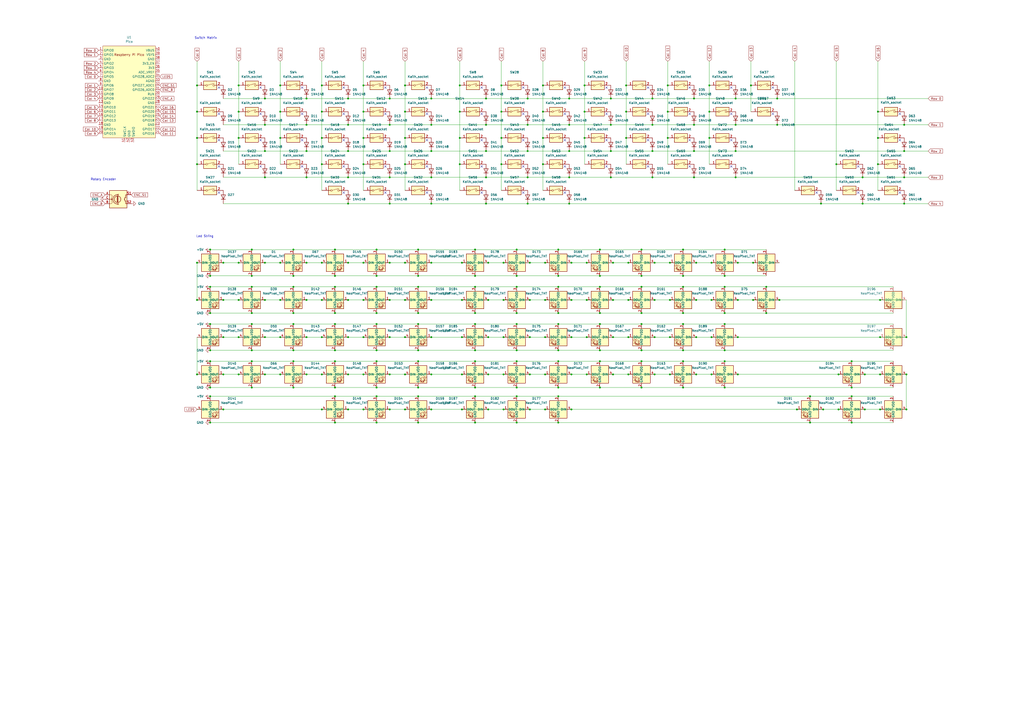
<source format=kicad_sch>
(kicad_sch (version 20231120) (generator "eeschema") (generator_version "8.0")
  (paper "A2")
  (junction (at 186.69 152.4))
  (junction (at 436.88 173.99))
  (junction (at 436.88 152.4))
  (junction (at 501.65 237.49))
  (junction (at 218.44 209.55))
  (junction (at 379.73 173.99))
  (junction (at 114.3 173.99))
  (junction (at 339.09 80.01))
  (junction (at 121.92 160.02))
  (junction (at 396.24 203.2))
  (junction (at 307.34 152.4))
  (junction (at 146.05 144.78))
  (junction (at 210.82 80.01))
  (junction (at 476.25 118.11))
  (junction (at 194.31 181.61))
  (junction (at 444.5 166.37))
  (junction (at 427.99 217.17))
  (junction (at 177.8 195.58))
  (junction (at 340.36 195.58))
  (junction (at 525.78 195.58))
  (junction (at 266.7 49.53))
  (junction (at 316.23 173.99))
  (junction (at 307.34 173.99))
  (junction (at 194.31 229.87))
  (junction (at 170.18 209.55))
  (junction (at 138.43 64.77))
  (junction (at 138.43 217.17))
  (junction (at 121.92 224.79))
  (junction (at 267.97 152.4))
  (junction (at 242.57 144.78))
  (junction (at 242.57 245.11))
  (junction (at 138.43 195.58))
  (junction (at 299.72 160.02))
  (junction (at 146.05 187.96))
  (junction (at 452.12 173.99))
  (junction (at 242.57 160.02))
  (junction (at 314.96 80.01))
  (junction (at 420.37 181.61))
  (junction (at 226.06 72.39))
  (junction (at 218.44 203.2))
  (junction (at 355.6 152.4))
  (junction (at 355.6 173.99))
  (junction (at 420.37 166.37))
  (junction (at 121.92 203.2))
  (junction (at 426.72 72.39))
  (junction (at 372.11 224.79))
  (junction (at 114.3 49.53))
  (junction (at 355.6 217.17))
  (junction (at 177.8 102.87))
  (junction (at 387.35 49.53))
  (junction (at 388.62 173.99))
  (junction (at 379.73 195.58))
  (junction (at 186.69 95.25))
  (junction (at 307.34 217.17))
  (junction (at 242.57 181.61))
  (junction (at 316.23 217.17))
  (junction (at 388.62 217.17))
  (junction (at 234.95 217.17))
  (junction (at 234.95 237.49))
  (junction (at 250.19 87.63))
  (junction (at 242.57 166.37))
  (junction (at 129.54 237.49))
  (junction (at 201.93 237.49))
  (junction (at 330.2 72.39))
  (junction (at 138.43 49.53))
  (junction (at 170.18 144.78))
  (junction (at 469.9 245.11))
  (junction (at 486.41 217.17))
  (junction (at 378.46 57.15))
  (junction (at 306.07 102.87))
  (junction (at 162.56 152.4))
  (junction (at 347.98 160.02))
  (junction (at 250.19 57.15))
  (junction (at 201.93 217.17))
  (junction (at 234.95 95.25))
  (junction (at 194.31 224.79))
  (junction (at 396.24 144.78))
  (junction (at 525.78 217.17))
  (junction (at 323.85 209.55))
  (junction (at 226.06 152.4))
  (junction (at 218.44 144.78))
  (junction (at 323.85 245.11))
  (junction (at 281.94 87.63))
  (junction (at 420.37 203.2))
  (junction (at 186.69 217.17))
  (junction (at 412.75 173.99))
  (junction (at 354.33 87.63))
  (junction (at 114.3 217.17))
  (junction (at 283.21 195.58))
  (junction (at 339.09 49.53))
  (junction (at 210.82 64.77))
  (junction (at 194.31 144.78))
  (junction (at 146.05 181.61))
  (junction (at 250.19 237.49))
  (junction (at 396.24 224.79))
  (junction (at 340.36 217.17))
  (junction (at 292.1 237.49))
  (junction (at 509.27 64.77))
  (junction (at 469.9 229.87))
  (junction (at 510.54 237.49))
  (junction (at 299.72 209.55))
  (junction (at 331.47 195.58))
  (junction (at 330.2 102.87))
  (junction (at 379.73 217.17))
  (junction (at 347.98 224.79))
  (junction (at 177.8 57.15))
  (junction (at 354.33 72.39))
  (junction (at 403.86 195.58))
  (junction (at 121.92 245.11))
  (junction (at 354.33 102.87))
  (junction (at 427.99 195.58))
  (junction (at 486.41 237.49))
  (junction (at 323.85 144.78))
  (junction (at 234.95 80.01))
  (junction (at 242.57 209.55))
  (junction (at 306.07 57.15))
  (junction (at 323.85 187.96))
  (junction (at 162.56 49.53))
  (junction (at 177.8 72.39))
  (junction (at 186.69 80.01))
  (junction (at 403.86 217.17))
  (junction (at 372.11 209.55))
  (junction (at 347.98 144.78))
  (junction (at 412.75 217.17))
  (junction (at 372.11 166.37))
  (junction (at 402.59 72.39))
  (junction (at 194.31 203.2))
  (junction (at 411.48 64.77))
  (junction (at 186.69 237.49))
  (junction (at 299.72 144.78))
  (junction (at 194.31 245.11))
  (junction (at 186.69 49.53))
  (junction (at 234.95 152.4))
  (junction (at 524.51 87.63))
  (junction (at 299.72 245.11))
  (junction (at 412.75 152.4))
  (junction (at 201.93 102.87))
  (junction (at 121.92 209.55))
  (junction (at 290.83 80.01))
  (junction (at 510.54 217.17))
  (junction (at 218.44 160.02))
  (junction (at 427.99 152.4))
  (junction (at 411.48 49.53))
  (junction (at 427.99 173.99))
  (junction (at 201.93 118.11))
  (junction (at 153.67 57.15))
  (junction (at 153.67 72.39))
  (junction (at 226.06 195.58))
  (junction (at 201.93 195.58))
  (junction (at 162.56 217.17))
  (junction (at 201.93 72.39))
  (junction (at 146.05 224.79))
  (junction (at 234.95 173.99))
  (junction (at 242.57 224.79))
  (junction (at 500.38 102.87))
  (junction (at 299.72 187.96))
  (junction (at 267.97 237.49))
  (junction (at 170.18 187.96))
  (junction (at 162.56 80.01))
  (junction (at 347.98 203.2))
  (junction (at 292.1 152.4))
  (junction (at 292.1 195.58))
  (junction (at 266.7 95.25))
  (junction (at 234.95 49.53))
  (junction (at 340.36 152.4))
  (junction (at 510.54 195.58))
  (junction (at 129.54 152.4))
  (junction (at 363.22 49.53))
  (junction (at 226.06 57.15))
  (junction (at 153.67 152.4))
  (junction (at 323.85 229.87))
  (junction (at 153.67 173.99))
  (junction (at 314.96 49.53))
  (junction (at 177.8 152.4))
  (junction (at 121.92 229.87))
  (junction (at 396.24 187.96))
  (junction (at 267.97 195.58))
  (junction (at 129.54 217.17))
  (junction (at 146.05 203.2))
  (junction (at 138.43 152.4))
  (junction (at 307.34 237.49))
  (junction (at 299.72 203.2))
  (junction (at 201.93 173.99))
  (junction (at 234.95 64.77))
  (junction (at 275.59 203.2))
  (junction (at 129.54 195.58))
  (junction (at 281.94 72.39))
  (junction (at 494.03 209.55))
  (junction (at 435.61 49.53))
  (junction (at 292.1 217.17))
  (junction (at 250.19 118.11))
  (junction (at 314.96 95.25))
  (junction (at 403.86 152.4))
  (junction (at 250.19 195.58))
  (junction (at 450.85 72.39))
  (junction (at 420.37 144.78))
  (junction (at 121.92 166.37))
  (junction (at 177.8 173.99))
  (junction (at 347.98 166.37))
  (junction (at 388.62 152.4))
  (junction (at 194.31 166.37))
  (junction (at 387.35 80.01))
  (junction (at 162.56 173.99))
  (junction (at 114.3 80.01))
  (junction (at 306.07 72.39))
  (junction (at 331.47 173.99))
  (junction (at 162.56 195.58))
  (junction (at 426.72 57.15))
  (junction (at 146.05 209.55))
  (junction (at 396.24 160.02))
  (junction (at 500.38 118.11))
  (junction (at 186.69 195.58))
  (junction (at 372.11 160.02))
  (junction (at 218.44 187.96))
  (junction (at 364.49 152.4))
  (junction (at 153.67 195.58))
  (junction (at 420.37 209.55))
  (junction (at 524.51 72.39))
  (junction (at 339.09 64.77))
  (junction (at 372.11 144.78))
  (junction (at 210.82 49.53))
  (junction (at 283.21 237.49))
  (junction (at 402.59 102.87))
  (junction (at 267.97 217.17))
  (junction (at 210.82 173.99))
  (junction (at 354.33 57.15))
  (junction (at 281.94 118.11))
  (junction (at 307.34 195.58))
  (junction (at 510.54 173.99))
  (junction (at 275.59 181.61))
  (junction (at 290.83 49.53))
  (junction (at 218.44 229.87))
  (junction (at 462.28 237.49))
  (junction (at 275.59 166.37))
  (junction (at 387.35 64.77))
  (junction (at 347.98 209.55))
  (junction (at 226.06 87.63))
  (junction (at 509.27 80.01))
  (junction (at 331.47 237.49))
  (junction (at 129.54 173.99))
  (junction (at 146.05 160.02))
  (junction (at 267.97 173.99))
  (junction (at 194.31 209.55))
  (junction (at 114.3 95.25))
  (junction (at 323.85 224.79))
  (junction (at 494.03 229.87))
  (junction (at 114.3 152.4))
  (junction (at 323.85 181.61))
  (junction (at 201.93 152.4))
  (junction (at 281.94 102.87))
  (junction (at 226.06 102.87))
  (junction (at 210.82 217.17))
  (junction (at 250.19 102.87))
  (junction (at 388.62 195.58))
  (junction (at 299.72 181.61))
  (junction (at 153.67 87.63))
  (junction (at 250.19 217.17))
  (junction (at 330.2 57.15))
  (junction (at 170.18 181.61))
  (junction (at 316.23 152.4))
  (junction (at 402.59 57.15))
  (junction (at 242.57 229.87))
  (junction (at 363.22 80.01))
  (junction (at 426.72 102.87))
  (junction (at 485.14 95.25))
  (junction (at 210.82 195.58))
  (junction (at 121.92 144.78))
  (junction (at 364.49 195.58))
  (junction (at 201.93 87.63))
  (junction (at 355.6 195.58))
  (junction (at 146.05 166.37))
  (junction (at 372.11 181.61))
  (junction (at 411.48 80.01))
  (junction (at 306.07 87.63))
  (junction (at 330.2 87.63))
  (junction (at 299.72 224.79))
  (junction (at 494.03 224.79))
  (junction (at 177.8 217.17))
  (junction (at 347.98 181.61))
  (junction (at 186.69 64.77))
  (junction (at 153.67 102.87))
  (junction (at 340.36 173.99))
  (junction (at 242.57 203.2))
  (junction (at 226.06 118.11))
  (junction (at 316.23 237.49))
  (junction (at 275.59 245.11))
  (junction (at 121.92 187.96))
  (junction (at 226.06 217.17))
  (junction (at 509.27 95.25))
  (junction (at 170.18 160.02))
  (junction (at 275.59 187.96))
  (junction (at 420.37 224.79))
  (junction (at 283.21 217.17))
  (junction (at 226.06 173.99))
  (junction (at 275.59 160.02))
  (junction (at 494.03 245.11))
  (junction (at 420.37 160.02))
  (junction (at 477.52 237.49))
  (junction (at 379.73 152.4))
  (junction (at 218.44 224.79))
  (junction (at 396.24 209.55))
  (junction (at 450.85 57.15))
  (junction (at 283.21 173.99))
  (junction (at 138.43 80.01))
  (junction (at 138.43 173.99))
  (junction (at 242.57 187.96))
  (junction (at 290.83 95.25))
  (junction (at 275.59 224.79))
  (junction (at 402.59 87.63))
  (junction (at 210.82 237.49))
  (junction (at 186.69 173.99))
  (junction (at 426.72 87.63))
  (junction (at 162.56 64.77))
  (junction (at 364.49 173.99))
  (junction (at 347.98 187.96))
  (junction (at 201.93 57.15))
  (junction (at 170.18 224.79))
  (junction (at 250.19 152.4))
  (junction (at 378.46 87.63))
  (junction (at 153.67 217.17))
  (junction (at 275.59 229.87))
  (junction (at 170.18 203.2))
  (junction (at 250.19 72.39))
  (junction (at 323.85 166.37))
  (junction (at 114.3 64.77))
  (junction (at 364.49 217.17))
  (junction (at 444.5 181.61))
  (junction (at 524.51 118.11))
  (junction (at 210.82 152.4))
  (junction (at 378.46 72.39))
  (junction (at 234.95 195.58))
  (junction (at 396.24 166.37))
  (junction (at 218.44 245.11))
  (junction (at 299.72 166.37))
  (junction (at 363.22 64.77))
  (junction (at 275.59 144.78))
  (junction (at 290.83 64.77))
  (junction (at 177.8 87.63))
  (junction (at 412.75 195.58))
  (junction (at 323.85 160.02))
  (junction (at 372.11 187.96))
  (junction (at 316.23 195.58))
  (junction (at 524.51 102.87))
  (junction (at 292.1 173.99))
  (junction (at 501.65 217.17))
  (junction (at 281.94 57.15))
  (junction (at 170.18 166.37))
  (junction (at 306.07 118.11))
  (junction (at 314.96 64.77))
  (junction (at 323.85 203.2))
  (junction (at 250.19 173.99))
  (junction (at 266.7 80.01))
  (junction (at 210.82 95.25))
  (junction (at 403.86 173.99))
  (junction (at 275.59 209.55))
  (junction (at 218.44 181.61))
  (junction (at 420.37 187.96))
  (junction (at 226.06 237.49))
  (junction (at 218.44 166.37))
  (junction (at 194.31 187.96))
  (junction (at 378.46 102.87))
  (junction (at 331.47 217.17))
  (junction (at 331.47 152.4))
  (junction (at 525.78 237.49))
  (junction (at 266.7 64.77))
  (junction (at 194.31 160.02))
  (junction (at 283.21 152.4))
  (junction (at 396.24 181.61))
  (junction (at 121.92 181.61))
  (junction (at 330.2 118.11))
  (junction (at 299.72 229.87))
  (junction (at 372.11 203.2))
  (no_connect (at 497.84 111.76))
  (no_connect (at 424.18 50.8))
  (no_connect (at 223.52 96.52))
  (no_connect (at 327.66 111.76))
  (no_connect (at 327.66 81.28))
  (no_connect (at 247.65 66.04))
  (no_connect (at 327.66 96.52))
  (no_connect (at 521.97 66.04))
  (no_connect (at 127 81.28))
  (no_connect (at 327.66 66.04))
  (no_connect (at 448.31 66.04))
  (no_connect (at 303.53 81.28))
  (no_connect (at 151.13 96.52))
  (no_connect (at 351.79 96.52))
  (no_connect (at 424.18 66.04))
  (no_connect (at 127 111.76))
  (no_connect (at 303.53 50.8))
  (no_connect (at 473.71 111.76))
  (no_connect (at 327.66 50.8))
  (no_connect (at 351.79 66.04))
  (no_connect (at 151.13 50.8))
  (no_connect (at 351.79 50.8))
  (no_connect (at 175.26 50.8))
  (no_connect (at 279.4 81.28))
  (no_connect (at 199.39 111.76))
  (no_connect (at 400.05 50.8))
  (no_connect (at 199.39 96.52))
  (no_connect (at 151.13 81.28))
  (no_connect (at 223.52 66.04))
  (no_connect (at 400.05 81.28))
  (no_connect (at 279.4 96.52))
  (no_connect (at 448.31 50.8))
  (no_connect (at 223.52 111.76))
  (no_connect (at 175.26 81.28))
  (no_connect (at 175.26 96.52))
  (no_connect (at 521.97 96.52))
  (no_connect (at 497.84 96.52))
  (no_connect (at 127 96.52))
  (no_connect (at 199.39 81.28))
  (no_connect (at 279.4 111.76))
  (no_connect (at 175.26 66.04))
  (no_connect (at 303.53 111.76))
  (no_connect (at 521.97 81.28))
  (no_connect (at 400.05 96.52))
  (no_connect (at 247.65 81.28))
  (no_connect (at 400.05 66.04))
  (no_connect (at 375.92 96.52))
  (no_connect (at 199.39 66.04))
  (no_connect (at 247.65 111.76))
  (no_connect (at 424.18 81.28))
  (no_connect (at 127 66.04))
  (no_connect (at 375.92 50.8))
  (no_connect (at 151.13 66.04))
  (no_connect (at 521.97 111.76))
  (no_connect (at 223.52 50.8))
  (no_connect (at 303.53 96.52))
  (no_connect (at 424.18 96.52))
  (no_connect (at 375.92 66.04))
  (no_connect (at 303.53 66.04))
  (no_connect (at 247.65 96.52))
  (no_connect (at 199.39 50.8))
  (no_connect (at 247.65 50.8))
  (no_connect (at 279.4 50.8))
  (no_connect (at 127 50.8))
  (no_connect (at 375.92 81.28))
  (no_connect (at 223.52 81.28))
  (no_connect (at 351.79 81.28))
  (no_connect (at 279.4 66.04))
  (wire (pts (xy 177.8 195.58) (xy 186.69 195.58)))
  (wire (pts (xy 162.56 195.58) (xy 177.8 195.58)))
  (wire (pts (xy 411.48 35.56) (xy 411.48 49.53)))
  (wire (pts (xy 275.59 160.02) (xy 299.72 160.02)))
  (wire (pts (xy 129.54 217.17) (xy 114.3 217.17)))
  (wire (pts (xy 355.6 173.99) (xy 340.36 173.99)))
  (wire (pts (xy 267.97 237.49) (xy 283.21 237.49)))
  (wire (pts (xy 355.6 152.4) (xy 364.49 152.4)))
  (wire (pts (xy 120.65 166.37) (xy 121.92 166.37)))
  (wire (pts (xy 162.56 173.99) (xy 153.67 173.99)))
  (wire (pts (xy 379.73 217.17) (xy 364.49 217.17)))
  (wire (pts (xy 194.31 224.79) (xy 218.44 224.79)))
  (wire (pts (xy 396.24 187.96) (xy 420.37 187.96)))
  (wire (pts (xy 129.54 72.39) (xy 153.67 72.39)))
  (wire (pts (xy 469.9 229.87) (xy 494.03 229.87)))
  (wire (pts (xy 510.54 173.99) (xy 452.12 173.99)))
  (wire (pts (xy 307.34 173.99) (xy 292.1 173.99)))
  (wire (pts (xy 292.1 152.4) (xy 307.34 152.4)))
  (wire (pts (xy 234.95 64.77) (xy 234.95 80.01)))
  (wire (pts (xy 426.72 102.87) (xy 500.38 102.87)))
  (wire (pts (xy 210.82 195.58) (xy 226.06 195.58)))
  (wire (pts (xy 388.62 152.4) (xy 403.86 152.4)))
  (wire (pts (xy 186.69 152.4) (xy 201.93 152.4)))
  (wire (pts (xy 339.09 64.77) (xy 339.09 80.01)))
  (wire (pts (xy 388.62 195.58) (xy 403.86 195.58)))
  (wire (pts (xy 234.95 173.99) (xy 226.06 173.99)))
  (wire (pts (xy 299.72 160.02) (xy 323.85 160.02)))
  (wire (pts (xy 363.22 64.77) (xy 363.22 80.01)))
  (wire (pts (xy 242.57 166.37) (xy 275.59 166.37)))
  (wire (pts (xy 234.95 237.49) (xy 250.19 237.49)))
  (wire (pts (xy 450.85 57.15) (xy 538.48 57.15)))
  (wire (pts (xy 242.57 187.96) (xy 275.59 187.96)))
  (wire (pts (xy 323.85 181.61) (xy 347.98 181.61)))
  (wire (pts (xy 435.61 35.56) (xy 435.61 49.53)))
  (wire (pts (xy 210.82 152.4) (xy 226.06 152.4)))
  (wire (pts (xy 194.31 144.78) (xy 218.44 144.78)))
  (wire (pts (xy 402.59 57.15) (xy 426.72 57.15)))
  (wire (pts (xy 509.27 80.01) (xy 509.27 64.77)))
  (wire (pts (xy 500.38 102.87) (xy 524.51 102.87)))
  (wire (pts (xy 299.72 144.78) (xy 323.85 144.78)))
  (wire (pts (xy 194.31 245.11) (xy 218.44 245.11)))
  (wire (pts (xy 186.69 35.56) (xy 186.69 49.53)))
  (wire (pts (xy 177.8 217.17) (xy 162.56 217.17)))
  (wire (pts (xy 281.94 102.87) (xy 306.07 102.87)))
  (wire (pts (xy 153.67 173.99) (xy 138.43 173.99)))
  (wire (pts (xy 162.56 35.56) (xy 162.56 49.53)))
  (wire (pts (xy 275.59 144.78) (xy 299.72 144.78)))
  (wire (pts (xy 402.59 102.87) (xy 426.72 102.87)))
  (wire (pts (xy 316.23 173.99) (xy 307.34 173.99)))
  (wire (pts (xy 146.05 144.78) (xy 170.18 144.78)))
  (wire (pts (xy 138.43 80.01) (xy 138.43 95.25)))
  (wire (pts (xy 218.44 224.79) (xy 242.57 224.79)))
  (wire (pts (xy 218.44 209.55) (xy 242.57 209.55)))
  (wire (pts (xy 177.8 87.63) (xy 201.93 87.63)))
  (wire (pts (xy 494.03 245.11) (xy 518.16 245.11)))
  (wire (pts (xy 267.97 217.17) (xy 250.19 217.17)))
  (wire (pts (xy 316.23 217.17) (xy 307.34 217.17)))
  (wire (pts (xy 387.35 64.77) (xy 387.35 80.01)))
  (wire (pts (xy 420.37 166.37) (xy 444.5 166.37)))
  (wire (pts (xy 186.69 95.25) (xy 186.69 110.49)))
  (wire (pts (xy 153.67 57.15) (xy 177.8 57.15)))
  (wire (pts (xy 138.43 49.53) (xy 138.43 64.77)))
  (wire (pts (xy 218.44 181.61) (xy 242.57 181.61)))
  (wire (pts (xy 347.98 144.78) (xy 372.11 144.78)))
  (wire (pts (xy 299.72 166.37) (xy 323.85 166.37)))
  (wire (pts (xy 170.18 209.55) (xy 194.31 209.55)))
  (wire (pts (xy 138.43 64.77) (xy 138.43 80.01)))
  (wire (pts (xy 509.27 35.56) (xy 509.27 64.77)))
  (wire (pts (xy 234.95 152.4) (xy 250.19 152.4)))
  (wire (pts (xy 275.59 224.79) (xy 299.72 224.79)))
  (wire (pts (xy 323.85 144.78) (xy 347.98 144.78)))
  (wire (pts (xy 210.82 217.17) (xy 201.93 217.17)))
  (wire (pts (xy 138.43 35.56) (xy 138.43 49.53)))
  (wire (pts (xy 129.54 102.87) (xy 153.67 102.87)))
  (wire (pts (xy 201.93 152.4) (xy 210.82 152.4)))
  (wire (pts (xy 306.07 118.11) (xy 330.2 118.11)))
  (wire (pts (xy 444.5 166.37) (xy 518.16 166.37)))
  (wire (pts (xy 379.73 152.4) (xy 388.62 152.4)))
  (wire (pts (xy 194.31 229.87) (xy 218.44 229.87)))
  (wire (pts (xy 323.85 203.2) (xy 347.98 203.2)))
  (wire (pts (xy 340.36 195.58) (xy 355.6 195.58)))
  (wire (pts (xy 378.46 57.15) (xy 402.59 57.15)))
  (wire (pts (xy 210.82 173.99) (xy 201.93 173.99)))
  (wire (pts (xy 396.24 144.78) (xy 420.37 144.78)))
  (wire (pts (xy 411.48 49.53) (xy 411.48 64.77)))
  (wire (pts (xy 210.82 237.49) (xy 226.06 237.49)))
  (wire (pts (xy 299.72 203.2) (xy 323.85 203.2)))
  (wire (pts (xy 330.2 72.39) (xy 354.33 72.39)))
  (wire (pts (xy 420.37 209.55) (xy 494.03 209.55)))
  (wire (pts (xy 121.92 144.78) (xy 146.05 144.78)))
  (wire (pts (xy 299.72 224.79) (xy 323.85 224.79)))
  (wire (pts (xy 201.93 87.63) (xy 226.06 87.63)))
  (wire (pts (xy 283.21 152.4) (xy 292.1 152.4)))
  (wire (pts (xy 306.07 87.63) (xy 330.2 87.63)))
  (wire (pts (xy 372.11 166.37) (xy 396.24 166.37)))
  (wire (pts (xy 177.8 57.15) (xy 201.93 57.15)))
  (wire (pts (xy 306.07 72.39) (xy 330.2 72.39)))
  (wire (pts (xy 275.59 203.2) (xy 299.72 203.2)))
  (wire (pts (xy 218.44 166.37) (xy 242.57 166.37)))
  (wire (pts (xy 363.22 80.01) (xy 363.22 95.25)))
  (wire (pts (xy 363.22 35.56) (xy 363.22 49.53)))
  (wire (pts (xy 146.05 209.55) (xy 170.18 209.55)))
  (wire (pts (xy 226.06 237.49) (xy 234.95 237.49)))
  (wire (pts (xy 210.82 35.56) (xy 210.82 49.53)))
  (wire (pts (xy 290.83 95.25) (xy 290.83 110.49)))
  (wire (pts (xy 331.47 152.4) (xy 340.36 152.4)))
  (wire (pts (xy 114.3 64.77) (xy 114.3 80.01)))
  (wire (pts (xy 114.3 217.17) (xy 114.3 195.58)))
  (wire (pts (xy 524.51 173.99) (xy 510.54 173.99)))
  (wire (pts (xy 266.7 35.56) (xy 266.7 49.53)))
  (wire (pts (xy 363.22 49.53) (xy 363.22 64.77)))
  (wire (pts (xy 372.11 187.96) (xy 396.24 187.96)))
  (wire (pts (xy 331.47 237.49) (xy 462.28 237.49)))
  (wire (pts (xy 234.95 217.17) (xy 226.06 217.17)))
  (wire (pts (xy 281.94 57.15) (xy 306.07 57.15)))
  (wire (pts (xy 226.06 152.4) (xy 234.95 152.4)))
  (wire (pts (xy 242.57 245.11) (xy 275.59 245.11)))
  (wire (pts (xy 396.24 224.79) (xy 420.37 224.79)))
  (wire (pts (xy 347.98 160.02) (xy 372.11 160.02)))
  (wire (pts (xy 340.36 152.4) (xy 355.6 152.4)))
  (wire (pts (xy 501.65 217.17) (xy 486.41 217.17)))
  (wire (pts (xy 121.92 229.87) (xy 194.31 229.87)))
  (wire (pts (xy 186.69 64.77) (xy 186.69 80.01)))
  (wire (pts (xy 355.6 195.58) (xy 364.49 195.58)))
  (wire (pts (xy 477.52 237.49) (xy 486.41 237.49)))
  (wire (pts (xy 129.54 57.15) (xy 153.67 57.15)))
  (wire (pts (xy 323.85 229.87) (xy 469.9 229.87)))
  (wire (pts (xy 120.65 160.02) (xy 121.92 160.02)))
  (wire (pts (xy 461.01 35.56) (xy 461.01 110.49)))
  (wire (pts (xy 218.44 245.11) (xy 242.57 245.11)))
  (wire (pts (xy 290.83 64.77) (xy 290.83 80.01)))
  (wire (pts (xy 323.85 187.96) (xy 347.98 187.96)))
  (wire (pts (xy 292.1 217.17) (xy 283.21 217.17)))
  (wire (pts (xy 194.31 166.37) (xy 218.44 166.37)))
  (wire (pts (xy 323.85 224.79) (xy 347.98 224.79)))
  (wire (pts (xy 201.93 237.49) (xy 210.82 237.49)))
  (wire (pts (xy 170.18 181.61) (xy 194.31 181.61)))
  (wire (pts (xy 177.8 72.39) (xy 201.93 72.39)))
  (wire (pts (xy 339.09 80.01) (xy 339.09 95.25)))
  (wire (pts (xy 234.95 80.01) (xy 234.95 95.25)))
  (wire (pts (xy 299.72 209.55) (xy 323.85 209.55)))
  (wire (pts (xy 372.11 224.79) (xy 396.24 224.79)))
  (wire (pts (xy 307.34 152.4) (xy 316.23 152.4)))
  (wire (pts (xy 500.38 118.11) (xy 524.51 118.11)))
  (wire (pts (xy 354.33 57.15) (xy 378.46 57.15)))
  (wire (pts (xy 267.97 152.4) (xy 283.21 152.4)))
  (wire (pts (xy 340.36 173.99) (xy 331.47 173.99)))
  (wire (pts (xy 114.3 237.49) (xy 129.54 237.49)))
  (wire (pts (xy 403.86 173.99) (xy 388.62 173.99)))
  (wire (pts (xy 402.59 72.39) (xy 426.72 72.39)))
  (wire (pts (xy 420.37 144.78) (xy 444.5 144.78)))
  (wire (pts (xy 436.88 173.99) (xy 427.99 173.99)))
  (wire (pts (xy 121.92 187.96) (xy 146.05 187.96)))
  (wire (pts (xy 162.56 217.17) (xy 153.67 217.17)))
  (wire (pts (xy 250.19 173.99) (xy 234.95 173.99)))
  (wire (pts (xy 485.14 95.25) (xy 485.14 110.49)))
  (wire (pts (xy 186.69 173.99) (xy 177.8 173.99)))
  (wire (pts (xy 275.59 229.87) (xy 299.72 229.87)))
  (wire (pts (xy 323.85 209.55) (xy 347.98 209.55)))
  (wire (pts (xy 250.19 87.63) (xy 281.94 87.63)))
  (wire (pts (xy 129.54 87.63) (xy 153.67 87.63)))
  (wire (pts (xy 226.06 57.15) (xy 250.19 57.15)))
  (wire (pts (xy 194.31 181.61) (xy 218.44 181.61)))
  (wire (pts (xy 121.92 245.11) (xy 194.31 245.11)))
  (wire (pts (xy 387.35 80.01) (xy 387.35 95.25)))
  (wire (pts (xy 218.44 203.2) (xy 242.57 203.2)))
  (wire (pts (xy 120.65 187.96) (xy 121.92 187.96)))
  (wire (pts (xy 340.36 217.17) (xy 331.47 217.17)))
  (wire (pts (xy 218.44 229.87) (xy 242.57 229.87)))
  (wire (pts (xy 275.59 209.55) (xy 299.72 209.55)))
  (wire (pts (xy 153.67 102.87) (xy 177.8 102.87)))
  (wire (pts (xy 186.69 237.49) (xy 201.93 237.49)))
  (wire (pts (xy 146.05 203.2) (xy 170.18 203.2)))
  (wire (pts (xy 476.25 118.11) (xy 500.38 118.11)))
  (wire (pts (xy 177.8 102.87) (xy 201.93 102.87)))
  (wire (pts (xy 210.82 49.53) (xy 210.82 64.77)))
  (wire (pts (xy 306.07 102.87) (xy 330.2 102.87)))
  (wire (pts (xy 402.59 87.63) (xy 426.72 87.63)))
  (wire (pts (xy 307.34 195.58) (xy 316.23 195.58)))
  (wire (pts (xy 186.69 195.58) (xy 201.93 195.58)))
  (wire (pts (xy 330.2 87.63) (xy 354.33 87.63)))
  (wire (pts (xy 299.72 181.61) (xy 323.85 181.61)))
  (wire (pts (xy 435.61 49.53) (xy 435.61 64.77)))
  (wire (pts (xy 292.1 173.99) (xy 283.21 173.99)))
  (wire (pts (xy 372.11 144.78) (xy 396.24 144.78)))
  (wire (pts (xy 427.99 217.17) (xy 412.75 217.17)))
  (wire (pts (xy 538.48 118.11) (xy 524.51 118.11)))
  (wire (pts (xy 403.86 195.58) (xy 412.75 195.58)))
  (wire (pts (xy 509.27 80.01) (xy 509.27 95.25)))
  (wire (pts (xy 250.19 118.11) (xy 281.94 118.11)))
  (wire (pts (xy 396.24 160.02) (xy 420.37 160.02)))
  (wire (pts (xy 250.19 152.4) (xy 267.97 152.4)))
  (wire (pts (xy 114.3 49.53) (xy 114.3 64.77)))
  (wire (pts (xy 538.48 87.63) (xy 524.51 87.63)))
  (wire (pts (xy 119.38 209.55) (xy 121.92 209.55)))
  (wire (pts (xy 153.67 152.4) (xy 162.56 152.4)))
  (wire (pts (xy 403.86 152.4) (xy 412.75 152.4)))
  (wire (pts (xy 494.03 229.87) (xy 518.16 229.87)))
  (wire (pts (xy 114.3 80.01) (xy 114.3 95.25)))
  (wire (pts (xy 347.98 224.79) (xy 372.11 224.79)))
  (wire (pts (xy 299.72 245.11) (xy 323.85 245.11)))
  (wire (pts (xy 162.56 49.53) (xy 162.56 64.77)))
  (wire (pts (xy 242.57 224.79) (xy 275.59 224.79)))
  (wire (pts (xy 283.21 195.58) (xy 292.1 195.58)))
  (wire (pts (xy 420.37 203.2) (xy 518.16 203.2)))
  (wire (pts (xy 347.98 209.55) (xy 372.11 209.55)))
  (wire (pts (xy 114.3 35.56) (xy 114.3 49.53)))
  (wire (pts (xy 299.72 229.87) (xy 323.85 229.87)))
  (wire (pts (xy 426.72 57.15) (xy 450.85 57.15)))
  (wire (pts (xy 194.31 209.55) (xy 218.44 209.55)))
  (wire (pts (xy 314.96 95.25) (xy 314.96 110.49)))
  (wire (pts (xy 201.93 217.17) (xy 186.69 217.17)))
  (wire (pts (xy 290.83 35.56) (xy 290.83 49.53)))
  (wire (pts (xy 510.54 237.49) (xy 525.78 237.49)))
  (wire (pts (xy 462.28 237.49) (xy 477.52 237.49)))
  (wire (pts (xy 146.05 181.61) (xy 170.18 181.61)))
  (wire (pts (xy 129.54 237.49) (xy 186.69 237.49)))
  (wire (pts (xy 201.93 57.15) (xy 226.06 57.15)))
  (wire (pts (xy 201.93 102.87) (xy 226.06 102.87)))
  (wire (pts (xy 194.31 160.02) (xy 218.44 160.02)))
  (wire (pts (xy 387.35 49.53) (xy 387.35 64.77)))
  (wire (pts (xy 283.21 237.49) (xy 292.1 237.49)))
  (wire (pts (xy 331.47 195.58) (xy 340.36 195.58)))
  (wire (pts (xy 162.56 80.01) (xy 162.56 95.25)))
  (wire (pts (xy 316.23 195.58) (xy 331.47 195.58)))
  (wire (pts (xy 525.78 173.99) (xy 525.78 195.58)))
  (wire (pts (xy 427.99 173.99) (xy 412.75 173.99)))
  (wire (pts (xy 129.54 152.4) (xy 138.43 152.4)))
  (wire (pts (xy 153.67 217.17) (xy 138.43 217.17)))
  (wire (pts (xy 372.11 203.2) (xy 396.24 203.2)))
  (wire (pts (xy 250.19 195.58) (xy 267.97 195.58)))
  (wire (pts (xy 354.33 87.63) (xy 378.46 87.63)))
  (wire (pts (xy 138.43 152.4) (xy 153.67 152.4)))
  (wire (pts (xy 177.8 152.4) (xy 186.69 152.4)))
  (wire (pts (xy 412.75 217.17) (xy 403.86 217.17)))
  (wire (pts (xy 146.05 166.37) (xy 170.18 166.37)))
  (wire (pts (xy 364.49 152.4) (xy 379.73 152.4)))
  (wire (pts (xy 411.48 64.77) (xy 411.48 80.01)))
  (wire (pts (xy 420.37 181.61) (xy 444.5 181.61)))
  (wire (pts (xy 138.43 195.58) (xy 153.67 195.58)))
  (wire (pts (xy 347.98 166.37) (xy 372.11 166.37)))
  (wire (pts (xy 234.95 195.58) (xy 250.19 195.58)))
  (wire (pts (xy 364.49 217.17) (xy 355.6 217.17)))
  (wire (pts (xy 427.99 152.4) (xy 436.88 152.4)))
  (wire (pts (xy 275.59 187.96) (xy 299.72 187.96)))
  (wire (pts (xy 290.83 49.53) (xy 290.83 64.77)))
  (wire (pts (xy 396.24 181.61) (xy 420.37 181.61)))
  (wire (pts (xy 138.43 217.17) (xy 129.54 217.17)))
  (wire (pts (xy 121.92 224.79) (xy 146.05 224.79)))
  (wire (pts (xy 153.67 195.58) (xy 162.56 195.58)))
  (wire (pts (xy 177.8 173.99) (xy 162.56 173.99)))
  (wire (pts (xy 226.06 173.99) (xy 210.82 173.99)))
  (wire (pts (xy 153.67 87.63) (xy 177.8 87.63)))
  (wire (pts (xy 283.21 217.17) (xy 267.97 217.17)))
  (wire (pts (xy 275.59 245.11) (xy 299.72 245.11)))
  (wire (pts (xy 170.18 144.78) (xy 194.31 144.78)))
  (wire (pts (xy 250.19 237.49) (xy 267.97 237.49)))
  (wire (pts (xy 201.93 173.99) (xy 186.69 173.99)))
  (wire (pts (xy 510.54 195.58) (xy 525.78 195.58)))
  (wire (pts (xy 486.41 237.49) (xy 501.65 237.49)))
  (wire (pts (xy 339.09 49.53) (xy 339.09 64.77)))
  (wire (pts (xy 266.7 95.25) (xy 266.7 110.49)))
  (wire (pts (xy 330.2 118.11) (xy 476.25 118.11)))
  (wire (pts (xy 218.44 160.02) (xy 242.57 160.02)))
  (wire (pts (xy 275.59 166.37) (xy 299.72 166.37)))
  (wire (pts (xy 201.93 72.39) (xy 226.06 72.39)))
  (wire (pts (xy 396.24 209.55) (xy 420.37 209.55)))
  (wire (pts (xy 331.47 217.17) (xy 316.23 217.17)))
  (wire (pts (xy 201.93 195.58) (xy 210.82 195.58)))
  (wire (pts (xy 412.75 173.99) (xy 403.86 173.99)))
  (wire (pts (xy 299.72 187.96) (xy 323.85 187.96)))
  (wire (pts (xy 378.46 87.63) (xy 402.59 87.63)))
  (wire (pts (xy 378.46 102.87) (xy 402.59 102.87)))
  (wire (pts (xy 494.03 209.55) (xy 518.16 209.55)))
  (wire (pts (xy 186.69 217.17) (xy 177.8 217.17)))
  (wire (pts (xy 494.03 224.79) (xy 518.16 224.79)))
  (wire (pts (xy 129.54 173.99) (xy 114.3 173.99)))
  (wire (pts (xy 226.06 118.11) (xy 250.19 118.11)))
  (wire (pts (xy 331.47 173.99) (xy 316.23 173.99)))
  (wire (pts (xy 364.49 195.58) (xy 379.73 195.58)))
  (wire (pts (xy 525.78 237.49) (xy 525.78 217.17)))
  (wire (pts (xy 242.57 209.55) (xy 275.59 209.55)))
  (wire (pts (xy 194.31 187.96) (xy 218.44 187.96)))
  (wire (pts (xy 234.95 35.56) (xy 234.95 49.53)))
  (wire (pts (xy 120.65 224.79) (xy 121.92 224.79)))
  (wire (pts (xy 115.57 195.58) (xy 129.54 195.58)))
  (wire (pts (xy 347.98 181.61) (xy 372.11 181.61)))
  (wire (pts (xy 114.3 95.25) (xy 114.3 110.49)))
  (wire (pts (xy 266.7 49.53) (xy 266.7 64.77)))
  (wire (pts (xy 323.85 166.37) (xy 347.98 166.37)))
  (wire (pts (xy 146.05 224.79) (xy 170.18 224.79)))
  (wire (pts (xy 420.37 224.79) (xy 494.03 224.79)))
  (wire (pts (xy 420.37 160.02) (xy 444.5 160.02)))
  (wire (pts (xy 121.92 209.55) (xy 146.05 209.55)))
  (wire (pts (xy 330.2 102.87) (xy 354.33 102.87)))
  (wire (pts (xy 378.46 72.39) (xy 402.59 72.39)))
  (wire (pts (xy 121.92 166.37) (xy 146.05 166.37)))
  (wire (pts (xy 242.57 181.61) (xy 275.59 181.61)))
  (wire (pts (xy 267.97 173.99) (xy 250.19 173.99)))
  (wire (pts (xy 170.18 166.37) (xy 194.31 166.37)))
  (wire (pts (xy 114.3 152.4) (xy 129.54 152.4)))
  (wire (pts (xy 412.75 195.58) (xy 427.99 195.58)))
  (wire (pts (xy 427.99 195.58) (xy 510.54 195.58)))
  (wire (pts (xy 129.54 195.58) (xy 138.43 195.58)))
  (wire (pts (xy 250.19 102.87) (xy 281.94 102.87)))
  (wire (pts (xy 509.27 95.25) (xy 509.27 110.49)))
  (wire (pts (xy 292.1 237.49) (xy 307.34 237.49)))
  (wire (pts (xy 307.34 217.17) (xy 292.1 217.17)))
  (wire (pts (xy 226.06 217.17) (xy 210.82 217.17)))
  (wire (pts (xy 314.96 80.01) (xy 314.96 95.25)))
  (wire (pts (xy 146.05 160.02) (xy 170.18 160.02)))
  (wire (pts (xy 306.07 57.15) (xy 330.2 57.15)))
  (wire (pts (xy 153.67 72.39) (xy 177.8 72.39)))
  (wire (pts (xy 355.6 217.17) (xy 340.36 217.17)))
  (wire (pts (xy 242.57 229.87) (xy 275.59 229.87)))
  (wire (pts (xy 201.93 118.11) (xy 226.06 118.11)))
  (wire (pts (xy 525.78 217.17) (xy 510.54 217.17)))
  (wire (pts (xy 372.11 209.55) (xy 396.24 209.55)))
  (wire (pts (xy 250.19 57.15) (xy 281.94 57.15)))
  (wire (pts (xy 186.69 80.01) (xy 186.69 95.25)))
  (wire (pts (xy 162.56 64.77) (xy 162.56 80.01)))
  (wire (pts (xy 379.73 173.99) (xy 364.49 173.99)))
  (wire (pts (xy 379.73 195.58) (xy 388.62 195.58)))
  (wire (pts (xy 250.19 217.17) (xy 234.95 217.17)))
  (wire (pts (xy 194.31 203.2) (xy 218.44 203.2)))
  (wire (pts (xy 242.57 160.02) (xy 275.59 160.02)))
  (wire (pts (xy 210.82 95.25) (xy 210.82 110.49)))
  (wire (pts (xy 226.06 72.39) (xy 250.19 72.39)))
  (wire (pts (xy 210.82 80.01) (xy 210.82 95.25)))
  (wire (pts (xy 121.92 203.2) (xy 146.05 203.2)))
  (wire (pts (xy 323.85 245.11) (xy 469.9 245.11)))
  (wire (pts (xy 469.9 245.11) (xy 494.03 245.11)))
  (wire (pts (xy 186.69 49.53) (xy 186.69 64.77)))
  (wire (pts (xy 314.96 64.77) (xy 314.96 80.01)))
  (wire (pts (xy 372.11 160.02) (xy 396.24 160.02)))
  (wire (pts (xy 292.1 195.58) (xy 307.34 195.58)))
  (wire (pts (xy 436.88 152.4) (xy 452.12 152.4)))
  (wire (pts (xy 387.35 35.56) (xy 387.35 49.53)))
  (wire (pts (xy 388.62 173.99) (xy 379.73 173.99)))
  (wire (pts (xy 120.65 181.61) (xy 121.92 181.61)))
  (wire (pts (xy 354.33 102.87) (xy 378.46 102.87)))
  (wire (pts (xy 316.23 237.49) (xy 331.47 237.49)))
  (wire (pts (xy 275.59 181.61) (xy 299.72 181.61)))
  (wire (pts (xy 121.92 160.02) (xy 146.05 160.02)))
  (wire (pts (xy 444.5 181.61) (xy 518.16 181.61)))
  (wire (pts (xy 501.65 237.49) (xy 510.54 237.49)))
  (wire (pts (xy 218.44 144.78) (xy 242.57 144.78)))
  (wire (pts (xy 411.48 80.01) (xy 411.48 95.25)))
  (wire (pts (xy 266.7 64.77) (xy 266.7 80.01)))
  (wire (pts (xy 234.95 49.53) (xy 234.95 64.77)))
  (wire (pts (xy 226.06 102.87) (xy 250.19 102.87)))
  (wire (pts (xy 396.24 203.2) (xy 420.37 203.2)))
  (wire (pts (xy 146.05 187.96) (xy 170.18 187.96)))
  (wire (pts (xy 412.75 152.4) (xy 427.99 152.4)))
  (wire (pts (xy 347.98 187.96) (xy 372.11 187.96)))
  (wire (pts (xy 314.96 35.56) (xy 314.96 49.53)))
  (wire (pts (xy 226.06 87.63) (xy 250.19 87.63)))
  (wire (pts (xy 170.18 224.79) (xy 194.31 224.79)))
  (wire (pts (xy 242.57 144.78) (xy 275.59 144.78)))
  (wire (pts (xy 339.09 35.56) (xy 339.09 49.53)))
  (wire (pts (xy 403.86 217.17) (xy 388.62 217.17)))
  (wire (pts (xy 538.48 72.39) (xy 524.51 72.39)))
  (wire (pts (xy 281.94 72.39) (xy 306.07 72.39)))
  (wire (pts (xy 281.94 87.63) (xy 306.07 87.63)))
  (wire (pts (xy 347.98 203.2) (xy 372.11 203.2)))
  (wire (pts (xy 354.33 72.39) (xy 378.46 72.39)))
  (wire (pts (xy 538.48 102.87) (xy 524.51 102.87)))
  (wire (pts (xy 121.92 181.61) (xy 146.05 181.61)))
  (wire (pts (xy 129.54 118.11) (xy 201.93 118.11)))
  (wire (pts (xy 330.2 57.15) (xy 354.33 57.15)))
  (wire (pts (xy 281.94 118.11) (xy 306.07 118.11)))
  (wire (pts (xy 210.82 64.77) (xy 210.82 80.01)))
  (wire (pts (xy 388.62 217.17) (xy 379.73 217.17)))
  (wire (pts (xy 170.18 160.02) (xy 194.31 160.02)))
  (wire (pts (xy 510.54 217.17) (xy 501.65 217.17)))
  (wire (pts (xy 218.44 187.96) (xy 242.57 187.96)))
  (wire (pts (xy 114.3 173.99) (xy 114.3 152.4)))
  (wire (pts (xy 266.7 80.01) (xy 266.7 95.25)))
  (wire (pts (xy 250.19 72.39) (xy 281.94 72.39)))
  (wire (pts (xy 314.96 49.53) (xy 314.96 64.77)))
  (wire (pts (xy 316.23 152.4) (xy 331.47 152.4)))
  (wire (pts (xy 364.49 173.99) (xy 355.6 173.99)))
  (wire (pts (xy 426.72 87.63) (xy 524.51 87.63)))
  (wire (pts (xy 486.41 217.17) (xy 427.99 217.17)))
  (wire (pts (xy 420.37 187.96) (xy 518.16 187.96)))
  (wire (pts (xy 452.12 173.99) (xy 436.88 173.99)))
  (wire (pts (xy 323.85 160.02) (xy 347.98 160.02)))
  (wire (pts (xy 396.24 166.37) (xy 420.37 166.37)))
  (wire (pts (xy 283.21 173.99) (xy 267.97 173.99)))
  (wire (pts (xy 234.95 95.25) (xy 234.95 110.49)))
  (wire (pts (xy 290.83 80.01) (xy 290.83 95.25)))
  (wire (pts (xy 226.06 195.58) (xy 234.95 195.58)))
  (wire (pts (xy 170.18 187.96) (xy 194.31 187.96)))
  (wire (pts (xy 170.18 203.2) (xy 194.31 203.2)))
  (wire (pts (xy 138.43 173.99) (xy 129.54 173.99)))
  (wire (pts (xy 162.56 152.4) (xy 177.8 152.4)))
  (wire (pts (xy 485.14 35.56) (xy 485.14 95.25)))
  (wire (pts (xy 426.72 72.39) (xy 450.85 72.39)))
  (wire (pts (xy 372.11 181.61) (xy 396.24 181.61)))
  (wire (pts (xy 450.85 72.39) (xy 524.51 72.39)))
  (wire (pts (xy 242.57 203.2) (xy 275.59 203.2)))
  (wire (pts (xy 307.34 237.49) (xy 316.23 237.49)))
  (wire (pts (xy 267.97 195.58) (xy 283.21 195.58)))
  (text "Switch Matrix" (at 119.38 22.098 0) (effects (font (size 1.27 1.27))))
  (text "Rotary Encoder" (at 59.944 104.14 0) (effects (font (size 1.27 1.27))))
  (text "Led String" (at 118.872 137.16 0) (effects (font (size 1.27 1.27))))
  (global_label "Col 11" (shape input) (at 92.71 77.47 0) (property "Intersheetrefs" "${INTERSHEET_REFS}" (effects (hide yes))))
  (global_label "LEDS" (shape input) (at 114.3 237.49 180) (property "Intersheetrefs" "${INTERSHEET_REFS}" (effects (hide yes))))
  (global_label "Row 4" (shape input) (at 57.15 41.91 180) (property "Intersheetrefs" "${INTERSHEET_REFS}" (effects (hide yes))))
  (global_label "Col 14" (shape input) (at 92.71 67.31 0) (property "Intersheetrefs" "${INTERSHEET_REFS}" (effects (hide yes))))
  (global_label "Col 12" (shape input) (at 92.71 74.93 0) (property "Intersheetrefs" "${INTERSHEET_REFS}" (effects (hide yes))))
  (global_label "Col 0" (shape input) (at 114.3 35.56 90) (property "Intersheetrefs" "${INTERSHEET_REFS}" (effects (hide yes))))
  (global_label "Col 7" (shape input) (at 290.83 35.56 90) (property "Intersheetrefs" "${INTERSHEET_REFS}" (effects (hide yes))))
  (global_label "Row 0" (shape input) (at 538.48 57.15 0) (property "Intersheetrefs" "${INTERSHEET_REFS}" (effects (hide yes))))
  (global_label "ENC_S1" (shape input) (at 76.2 113.03 0) (property "Intersheetrefs" "${INTERSHEET_REFS}" (effects (hide yes))))
  (global_label "ENC_S1" (shape input) (at 92.71 49.53 0) (property "Intersheetrefs" "${INTERSHEET_REFS}" (effects (hide yes))))
  (global_label "ENC_B" (shape input) (at 92.71 52.07 0) (property "Intersheetrefs" "${INTERSHEET_REFS}" (effects (hide yes))))
  (global_label "Col 2" (shape input) (at 57.15 52.07 180) (property "Intersheetrefs" "${INTERSHEET_REFS}" (effects (hide yes))))
  (global_label "Row 1" (shape input) (at 57.15 31.75 180) (property "Intersheetrefs" "${INTERSHEET_REFS}" (effects (hide yes))))
  (global_label "Col 6" (shape input) (at 57.15 64.77 180) (property "Intersheetrefs" "${INTERSHEET_REFS}" (effects (hide yes))))
  (global_label "Col 3" (shape input) (at 186.69 35.56 90) (property "Intersheetrefs" "${INTERSHEET_REFS}" (effects (hide yes))))
  (global_label "Col 9" (shape input) (at 339.09 35.56 90) (property "Intersheetrefs" "${INTERSHEET_REFS}" (effects (hide yes))))
  (global_label "Col 5" (shape input) (at 57.15 62.23 180) (property "Intersheetrefs" "${INTERSHEET_REFS}" (effects (hide yes))))
  (global_label "Col 4" (shape input) (at 210.82 35.56 90) (property "Intersheetrefs" "${INTERSHEET_REFS}" (effects (hide yes))))
  (global_label "Row 4" (shape input) (at 538.48 118.11 0) (property "Intersheetrefs" "${INTERSHEET_REFS}" (effects (hide yes))))
  (global_label "Col 9" (shape input) (at 57.15 77.47 180) (property "Intersheetrefs" "${INTERSHEET_REFS}" (effects (hide yes))))
  (global_label "Col 10" (shape input) (at 363.22 35.56 90) (property "Intersheetrefs" "${INTERSHEET_REFS}" (effects (hide yes))))
  (global_label "Row 3" (shape input) (at 57.15 39.37 180) (property "Intersheetrefs" "${INTERSHEET_REFS}" (effects (hide yes))))
  (global_label "Row 3" (shape input) (at 538.48 102.87 0) (property "Intersheetrefs" "${INTERSHEET_REFS}" (effects (hide yes))))
  (global_label "LEDS" (shape input) (at 92.71 44.45 0) (property "Intersheetrefs" "${INTERSHEET_REFS}" (effects (hide yes))))
  (global_label "Col 4" (shape input) (at 57.15 57.15 180) (property "Intersheetrefs" "${INTERSHEET_REFS}" (effects (hide yes))))
  (global_label "ENC_A" (shape input) (at 60.96 113.03 180) (property "Intersheetrefs" "${INTERSHEET_REFS}" (effects (hide yes))))
  (global_label "Row 2" (shape input) (at 538.48 87.63 0) (property "Intersheetrefs" "${INTERSHEET_REFS}" (effects (hide yes))))
  (global_label "Col 12" (shape input) (at 411.48 35.56 90) (property "Intersheetrefs" "${INTERSHEET_REFS}" (effects (hide yes))))
  (global_label "Col 10" (shape input) (at 57.15 74.93 180) (property "Intersheetrefs" "${INTERSHEET_REFS}" (effects (hide yes))))
  (global_label "Col 11" (shape input) (at 387.35 35.56 90) (property "Intersheetrefs" "${INTERSHEET_REFS}" (effects (hide yes))))
  (global_label "Col 13" (shape input) (at 435.61 35.56 90) (property "Intersheetrefs" "${INTERSHEET_REFS}" (effects (hide yes))))
  (global_label "ENC_A" (shape input) (at 92.71 57.15 0) (property "Intersheetrefs" "${INTERSHEET_REFS}" (effects (hide yes))))
  (global_label "Col 13" (shape input) (at 92.71 69.85 0) (property "Intersheetrefs" "${INTERSHEET_REFS}" (effects (hide yes))))
  (global_label "Col 8" (shape input) (at 57.15 69.85 180) (property "Intersheetrefs" "${INTERSHEET_REFS}" (effects (hide yes))))
  (global_label "Row 0" (shape input) (at 57.15 29.21 180) (property "Intersheetrefs" "${INTERSHEET_REFS}" (effects (hide yes))))
  (global_label "ENC_B" (shape input) (at 60.96 118.11 180) (property "Intersheetrefs" "${INTERSHEET_REFS}" (effects (hide yes))))
  (global_label "Row 2" (shape input) (at 57.15 36.83 180) (property "Intersheetrefs" "${INTERSHEET_REFS}" (effects (hide yes))))
  (global_label "Col 5" (shape input) (at 234.95 35.56 90) (property "Intersheetrefs" "${INTERSHEET_REFS}" (effects (hide yes))))
  (global_label "Col 16" (shape input) (at 509.27 35.56 90) (property "Intersheetrefs" "${INTERSHEET_REFS}" (effects (hide yes))))
  (global_label "Col 16" (shape input) (at 92.71 62.23 0) (property "Intersheetrefs" "${INTERSHEET_REFS}" (effects (hide yes))))
  (global_label "Col 1" (shape input) (at 138.43 35.56 90) (property "Intersheetrefs" "${INTERSHEET_REFS}" (effects (hide yes))))
  (global_label "Col 6" (shape input) (at 266.7 35.56 90) (property "Intersheetrefs" "${INTERSHEET_REFS}" (effects (hide yes))))
  (global_label "Col 14" (shape input) (at 461.01 35.56 90) (property "Intersheetrefs" "${INTERSHEET_REFS}" (effects (hide yes))))
  (global_label "Col 8" (shape input) (at 314.96 35.56 90) (property "Intersheetrefs" "${INTERSHEET_REFS}" (effects (hide yes))))
  (global_label "Row 1" (shape input) (at 538.48 72.39 0) (property "Intersheetrefs" "${INTERSHEET_REFS}" (effects (hide yes))))
  (global_label "Col 7" (shape input) (at 57.15 67.31 180) (property "Intersheetrefs" "${INTERSHEET_REFS}" (effects (hide yes))))
  (global_label "Col 15" (shape input) (at 92.71 64.77 0) (property "Intersheetrefs" "${INTERSHEET_REFS}" (effects (hide yes))))
  (global_label "Col 2" (shape input) (at 162.56 35.56 90) (property "Intersheetrefs" "${INTERSHEET_REFS}" (effects (hide yes))))
  (global_label "Col 3" (shape input) (at 57.15 54.61 180) (property "Intersheetrefs" "${INTERSHEET_REFS}" (effects (hide yes))))
  (global_label "Col 0" (shape input) (at 57.15 44.45 180) (property "Intersheetrefs" "${INTERSHEET_REFS}" (effects (hide yes))))
  (global_label "Col 15" (shape input) (at 485.14 35.56 90) (property "Intersheetrefs" "${INTERSHEET_REFS}" (effects (hide yes))))
  (global_label "Col 1" (shape input) (at 57.15 49.53 180) (property "Intersheetrefs" "${INTERSHEET_REFS}" (effects (hide yes))))
  (symbol (lib_id "Diode:1N4148") (at 129.54 99.06 90) (unit 1)
    (property "Reference" "D21" (at 132.08 97.7899 90) (effects (justify right)))
    (property "Value" "1N4148" (at 132.08 100.3299 90) (effects (justify right)))
    (property "Footprint" "Diode_THT:D_DO-35_SOD27_P7.62mm_Horizontal" (effects (hide yes)))
    (property "Datasheet" "https://assets.nexperia.com/documents/data-sheet/1N4148_1N4448.pdf" (effects (hide yes)))
    (property "Description" "100V 0.15A standard switching diode, DO-35" (effects (hide yes)))
    (property "Sim.Device" "D" (effects (hide yes)))
    (property "Sim.Pins" "1=K 2=A" (effects (hide yes)))
  )
  (symbol (lib_id "LED:NeoPixel_THT") (at 275.59 173.99 0) (mirror y) (unit 1)
    (property "Reference" "D184" (at 262.89 167.6714 0))
    (property "Value" "NeoPixel_THT" (at 262.89 170.2114 0))
    (property "Datasheet" "https://www.adafruit.com/product/1938" (effects (hide yes)))
    (property "Description" "RGB LED with integrated controller, 5mm/8mm LED package" (effects (hide yes)))
  )
  (symbol (lib_id "LED:NeoPixel_THT") (at 444.5 152.4 0) (mirror y) (unit 1)
    (property "Reference" "D71" (at 431.8 146.0814 0))
    (property "Value" "NeoPixel_THT" (at 431.8 148.6214 0))
    (property "Datasheet" "https://www.adafruit.com/product/1938" (effects (hide yes)))
    (property "Description" "RGB LED with integrated controller, 5mm/8mm LED package" (effects (hide yes)))
  )
  (symbol (lib_id "LED:NeoPixel_THT") (at 347.98 173.99 0) (mirror y) (unit 1)
    (property "Reference" "D170" (at 335.28 167.6714 0))
    (property "Value" "NeoPixel_THT" (at 335.28 170.2114 0))
    (property "Datasheet" "https://www.adafruit.com/product/1938" (effects (hide yes)))
    (property "Description" "RGB LED with integrated controller, 5mm/8mm LED package" (effects (hide yes)))
  )
  (symbol (lib_id "Switch:SW_DIP_x01") (at 146.05 49.53 0) (unit 1)
    (property "Reference" "SW3" (at 146.05 41.91 0))
    (property "Value" "Kailh_socket" (at 146.05 44.45 0))
    (property "Footprint" "keyswitches.pretty-master:Kailh_socket_MX" (effects (hide yes)))
    (property "Description" "1x DIP Switch, Single Pole Single Throw (SPST) switch, small symbol" (effects (hide yes)))
  )
  (symbol (lib_id "Switch:SW_DIP_x01") (at 419.1 80.01 0) (unit 1)
    (property "Reference" "SW72" (at 419.1 72.39 0))
    (property "Value" "Kailh_socket" (at 419.1 74.93 0))
    (property "Footprint" "keyswitches.pretty-master:Kailh_socket_MX" (effects (hide yes)))
    (property "Description" "1x DIP Switch, Single Pole Single Throw (SPST) switch, small symbol" (effects (hide yes)))
  )
  (symbol (lib_id "Diode:1N4148") (at 201.93 114.3 90) (unit 1)
    (property "Reference" "D30" (at 204.47 113.0299 90) (effects (justify right)))
    (property "Value" "1N4148" (at 204.47 115.5699 90) (effects (justify right)))
    (property "Footprint" "Diode_THT:D_DO-35_SOD27_P7.62mm_Horizontal" (effects (hide yes)))
    (property "Datasheet" "https://assets.nexperia.com/documents/data-sheet/1N4148_1N4448.pdf" (effects (hide yes)))
    (property "Description" "100V 0.15A standard switching diode, DO-35" (effects (hide yes)))
    (property "Sim.Device" "D" (effects (hide yes)))
    (property "Sim.Pins" "1=K 2=A" (effects (hide yes)))
  )
  (symbol (lib_id "power:+5V") (at 121.92 144.78 90) (unit 1)
    (property "Reference" "#PWR03" (effects (hide yes)))
    (property "Value" "+5V" (at 118.11 144.7799 90) (effects (justify left)))
    (property "Description" "Power symbol creates a global label with name \"+5V\"" (effects (hide yes)))
  )
  (symbol (lib_id "power:GND") (at 121.92 160.02 270) (unit 1)
    (property "Reference" "#PWR08" (effects (hide yes)))
    (property "Value" "GND" (at 118.11 160.0199 90) (effects (justify right)))
    (property "Description" "Power symbol creates a global label with name \"GND\" , ground" (effects (hide yes)))
  )
  (symbol (lib_id "Switch:SW_DIP_x01") (at 218.44 80.01 0) (unit 1)
    (property "Reference" "SW19" (at 218.44 72.39 0))
    (property "Value" "Kailh_socket" (at 218.44 74.93 0))
    (property "Footprint" "keyswitches.pretty-master:Kailh_socket_MX" (effects (hide yes)))
    (property "Description" "1x DIP Switch, Single Pole Single Throw (SPST) switch, small symbol" (effects (hide yes)))
  )
  (symbol (lib_id "Switch:SW_DIP_x01") (at 298.45 80.01 0) (unit 1)
    (property "Reference" "SW43" (at 298.45 72.39 0))
    (property "Value" "Kailh_socket" (at 298.45 74.93 0))
    (property "Footprint" "keyswitches.pretty-master:Kailh_socket_MX" (effects (hide yes)))
    (property "Description" "1x DIP Switch, Single Pole Single Throw (SPST) switch, small symbol" (effects (hide yes)))
  )
  (symbol (lib_id "Diode:1N4148") (at 281.94 114.3 90) (unit 1)
    (property "Reference" "D56" (at 284.48 113.0299 90) (effects (justify right)))
    (property "Value" "1N4148" (at 284.48 115.5699 90) (effects (justify right)))
    (property "Footprint" "Diode_THT:D_DO-35_SOD27_P7.62mm_Horizontal" (effects (hide yes)))
    (property "Datasheet" "https://assets.nexperia.com/documents/data-sheet/1N4148_1N4448.pdf" (effects (hide yes)))
    (property "Description" "100V 0.15A standard switching diode, DO-35" (effects (hide yes)))
    (property "Sim.Device" "D" (effects (hide yes)))
    (property "Sim.Pins" "1=K 2=A" (effects (hide yes)))
  )
  (symbol (lib_id "Diode:1N4148") (at 306.07 99.06 90) (unit 1)
    (property "Reference" "D52" (at 308.61 97.7899 90) (effects (justify right)))
    (property "Value" "1N4148" (at 308.61 100.3299 90) (effects (justify right)))
    (property "Footprint" "Diode_THT:D_DO-35_SOD27_P7.62mm_Horizontal" (effects (hide yes)))
    (property "Datasheet" "https://assets.nexperia.com/documents/data-sheet/1N4148_1N4448.pdf" (effects (hide yes)))
    (property "Description" "100V 0.15A standard switching diode, DO-35" (effects (hide yes)))
    (property "Sim.Device" "D" (effects (hide yes)))
    (property "Sim.Pins" "1=K 2=A" (effects (hide yes)))
  )
  (symbol (lib_id "Switch:SW_DIP_x01") (at 274.32 80.01 0) (unit 1)
    (property "Reference" "SW41" (at 274.32 72.39 0))
    (property "Value" "Kailh_socket" (at 274.32 74.93 0))
    (property "Footprint" "keyswitches.pretty-master:Kailh_socket_MX" (effects (hide yes)))
    (property "Description" "1x DIP Switch, Single Pole Single Throw (SPST) switch, small symbol" (effects (hide yes)))
  )
  (symbol (lib_id "Switch:SW_DIP_x01") (at 322.58 64.77 0) (unit 1)
    (property "Reference" "SW42" (at 346.71 57.15 0))
    (property "Value" "Kailh_socket" (at 322.58 59.69 0))
    (property "Footprint" "keyswitches.pretty-master:Kailh_socket_MX" (effects (hide yes)))
    (property "Description" "1x DIP Switch, Single Pole Single Throw (SPST) switch, small symbol" (effects (hide yes)))
  )
  (symbol (lib_id "Switch:SW_DIP_x01") (at 516.89 95.25 0) (unit 1)
    (property "Reference" "SW65" (at 516.89 87.63 0))
    (property "Value" "Kailh_socket" (at 516.89 90.17 0))
    (property "Footprint" "keyswitches.pretty-master:Kailh_socket_MX" (effects (hide yes)))
    (property "Description" "1x DIP Switch, Single Pole Single Throw (SPST) switch, small symbol" (effects (hide yes)))
  )
  (symbol (lib_id "Switch:SW_DIP_x01") (at 419.1 95.25 0) (unit 1)
    (property "Reference" "SW73" (at 419.1 87.63 0))
    (property "Value" "Kailh_socket" (at 419.1 90.17 0))
    (property "Footprint" "keyswitches.pretty-master:Kailh_socket_MX" (effects (hide yes)))
    (property "Description" "1x DIP Switch, Single Pole Single Throw (SPST) switch, small symbol" (effects (hide yes)))
  )
  (symbol (lib_id "Diode:1N4148") (at 330.2 68.58 90) (unit 1)
    (property "Reference" "D42" (at 332.74 67.3099 90) (effects (justify right)))
    (property "Value" "1N4148" (at 332.74 69.8499 90) (effects (justify right)))
    (property "Footprint" "Diode_THT:D_DO-35_SOD27_P7.62mm_Horizontal" (effects (hide yes)))
    (property "Datasheet" "https://assets.nexperia.com/documents/data-sheet/1N4148_1N4448.pdf" (effects (hide yes)))
    (property "Description" "100V 0.15A standard switching diode, DO-35" (effects (hide yes)))
    (property "Sim.Device" "D" (effects (hide yes)))
    (property "Sim.Pins" "1=K 2=A" (effects (hide yes)))
  )
  (symbol (lib_id "Diode:1N4148") (at 476.25 114.3 90) (unit 1)
    (property "Reference" "D59" (at 478.79 113.0299 90) (effects (justify right)))
    (property "Value" "1N4148" (at 478.79 115.5699 90) (effects (justify right)))
    (property "Footprint" "Diode_THT:D_DO-35_SOD27_P7.62mm_Horizontal" (effects (hide yes)))
    (property "Datasheet" "https://assets.nexperia.com/documents/data-sheet/1N4148_1N4448.pdf" (effects (hide yes)))
    (property "Description" "100V 0.15A standard switching diode, DO-35" (effects (hide yes)))
    (property "Sim.Device" "D" (effects (hide yes)))
    (property "Sim.Pins" "1=K 2=A" (effects (hide yes)))
  )
  (symbol (lib_id "Diode:1N4148") (at 426.72 83.82 90) (unit 1)
    (property "Reference" "D73" (at 429.26 82.5499 90) (effects (justify right)))
    (property "Value" "1N4148" (at 429.26 85.0899 90) (effects (justify right)))
    (property "Footprint" "Diode_THT:D_DO-35_SOD27_P7.62mm_Horizontal" (effects (hide yes)))
    (property "Datasheet" "https://assets.nexperia.com/documents/data-sheet/1N4148_1N4448.pdf" (effects (hide yes)))
    (property "Description" "100V 0.15A standard switching diode, DO-35" (effects (hide yes)))
    (property "Sim.Device" "D" (effects (hide yes)))
    (property "Sim.Pins" "1=K 2=A" (effects (hide yes)))
  )
  (symbol (lib_id "LED:NeoPixel_THT") (at 299.72 173.99 0) (mirror y) (unit 1)
    (property "Reference" "D179" (at 287.02 167.6714 0))
    (property "Value" "NeoPixel_THT" (at 287.02 170.2114 0))
    (property "Datasheet" "https://www.adafruit.com/product/1938" (effects (hide yes)))
    (property "Description" "RGB LED with integrated controller, 5mm/8mm LED package" (effects (hide yes)))
  )
  (symbol (lib_id "LED:NeoPixel_THT") (at 323.85 237.49 0) (mirror y) (unit 1)
    (property "Reference" "D177" (at 311.15 231.1714 0))
    (property "Value" "NeoPixel_THT" (at 311.15 233.7114 0))
    (property "Datasheet" "https://www.adafruit.com/product/1938" (effects (hide yes)))
    (property "Description" "RGB LED with integrated controller, 5mm/8mm LED package" (effects (hide yes)))
  )
  (symbol (lib_id "Diode:1N4148") (at 201.93 68.58 90) (unit 1)
    (property "Reference" "D12" (at 204.47 67.3099 90) (effects (justify right)))
    (property "Value" "1N4148" (at 204.47 69.8499 90) (effects (justify right)))
    (property "Footprint" "Diode_THT:D_DO-35_SOD27_P7.62mm_Horizontal" (effects (hide yes)))
    (property "Datasheet" "https://assets.nexperia.com/documents/data-sheet/1N4148_1N4448.pdf" (effects (hide yes)))
    (property "Description" "100V 0.15A standard switching diode, DO-35" (effects (hide yes)))
    (property "Sim.Device" "D" (effects (hide yes)))
    (property "Sim.Pins" "1=K 2=A" (effects (hide yes)))
  )
  (symbol (lib_id "Switch:SW_DIP_x01") (at 322.58 49.53 0) (unit 1)
    (property "Reference" "SW29" (effects (hide yes)))
    (property "Value" "Kailh_socket" (effects (hide yes)))
    (property "Footprint" "keyswitches.pretty-master:Kailh_socket_MX" (effects (hide yes)))
    (property "Description" "1x DIP Switch, Single Pole Single Throw (SPST) switch, small symbol" (effects (hide yes)))
  )
  (symbol (lib_id "LED:NeoPixel_THT") (at 469.9 237.49 0) (mirror y) (unit 1)
    (property "Reference" "D191" (at 457.2 231.1714 0))
    (property "Value" "NeoPixel_THT" (at 457.2 233.7114 0))
    (property "Datasheet" "https://www.adafruit.com/product/1938" (effects (hide yes)))
    (property "Description" "RGB LED with integrated controller, 5mm/8mm LED package" (effects (hide yes)))
  )
  (symbol (lib_id "Switch:SW_DIP_x01") (at 121.92 95.25 0) (unit 1)
    (property "Reference" "SW21" (at 121.92 87.63 0))
    (property "Value" "Kailh_socket" (at 121.92 90.17 0))
    (property "Footprint" "keyswitches.pretty-master:Kailh_socket_MX" (effects (hide yes)))
    (property "Description" "1x DIP Switch, Single Pole Single Throw (SPST) switch, small symbol" (effects (hide yes)))
  )
  (symbol (lib_id "Diode:1N4148") (at 330.2 114.3 90) (unit 1)
    (property "Reference" "D58" (at 332.74 113.0299 90) (effects (justify right)))
    (property "Value" "1N4148" (at 332.74 115.5699 90) (effects (justify right)))
    (property "Footprint" "Diode_THT:D_DO-35_SOD27_P7.62mm_Horizontal" (effects (hide yes)))
    (property "Datasheet" "https://assets.nexperia.com/documents/data-sheet/1N4148_1N4448.pdf" (effects (hide yes)))
    (property "Description" "100V 0.15A standard switching diode, DO-35" (effects (hide yes)))
    (property "Sim.Device" "D" (effects (hide yes)))
    (property "Sim.Pins" "1=K 2=A" (effects (hide yes)))
  )
  (symbol (lib_id "Switch:SW_DIP_x01") (at 346.71 49.53 0) (unit 1)
    (property "Reference" "SW33" (at 346.71 41.91 0))
    (property "Value" "Kailh_socket" (at 346.71 44.45 0))
    (property "Footprint" "keyswitches.pretty-master:Kailh_socket_MX" (effects (hide yes)))
    (property "Description" "1x DIP Switch, Single Pole Single Throw (SPST) switch, small symbol" (effects (hide yes)))
  )
  (symbol (lib_id "LED:NeoPixel_THT") (at 299.72 195.58 0) (mirror y) (unit 1)
    (property "Reference" "D180" (at 287.02 189.2614 0))
    (property "Value" "NeoPixel_THT" (at 287.02 191.8014 0))
    (property "Datasheet" "https://www.adafruit.com/product/1938" (effects (hide yes)))
    (property "Description" "RGB LED with integrated controller, 5mm/8mm LED package" (effects (hide yes)))
  )
  (symbol (lib_id "power:GND") (at 121.92 181.61 270) (unit 1)
    (property "Reference" "#PWR07" (effects (hide yes)))
    (property "Value" "GND" (at 118.11 181.6099 90) (effects (justify right)))
    (property "Description" "Power symbol creates a global label with name \"GND\" , ground" (effects (hide yes)))
  )
  (symbol (lib_id "Diode:1N4148") (at 426.72 99.06 90) (unit 1)
    (property "Reference" "D74" (at 429.26 97.7899 90) (effects (justify right)))
    (property "Value" "1N4148" (at 429.26 100.3299 90) (effects (justify right)))
    (property "Footprint" "Diode_THT:D_DO-35_SOD27_P7.62mm_Horizontal" (effects (hide yes)))
    (property "Datasheet" "https://assets.nexperia.com/documents/data-sheet/1N4148_1N4448.pdf" (effects (hide yes)))
    (property "Description" "100V 0.15A standard switching diode, DO-35" (effects (hide yes)))
    (property "Sim.Device" "D" (effects (hide yes)))
    (property "Sim.Pins" "1=K 2=A" (effects (hide yes)))
  )
  (symbol (lib_id "Switch:SW_DIP_x01") (at 194.31 95.25 0) (unit 1)
    (property "Reference" "SW24" (at 194.31 87.63 0))
    (property "Value" "Kailh_socket" (at 194.31 90.17 0))
    (property "Footprint" "keyswitches.pretty-master:Kailh_socket_MX" (effects (hide yes)))
    (property "Description" "1x DIP Switch, Single Pole Single Throw (SPST) switch, small symbol" (effects (hide yes)))
  )
  (symbol (lib_id "Switch:SW_DIP_x01") (at 394.97 49.53 0) (unit 1)
    (property "Reference" "SW35" (at 394.97 41.91 0))
    (property "Value" "Kailh_socket" (at 394.97 44.45 0))
    (property "Footprint" "keyswitches.pretty-master:Kailh_socket_MX" (effects (hide yes)))
    (property "Description" "1x DIP Switch, Single Pole Single Throw (SPST) switch, small symbol" (effects (hide yes)))
  )
  (symbol (lib_id "power:GND") (at 121.92 224.79 270) (unit 1)
    (property "Reference" "#PWR05" (effects (hide yes)))
    (property "Value" "GND" (at 118.11 224.7899 90) (effects (justify right)))
    (property "Description" "Power symbol creates a global label with name \"GND\" , ground" (effects (hide yes)))
  )
  (symbol (lib_id "LED:NeoPixel_THT") (at 194.31 217.17 0) (unit 1)
    (property "Reference" "D148" (at 207.01 210.8514 0))
    (property "Value" "NeoPixel_THT" (at 207.01 213.3914 0))
    (property "Datasheet" "https://www.adafruit.com/product/1938" (effects (hide yes)))
    (property "Description" "RGB LED with integrated controller, 5mm/8mm LED package" (effects (hide yes)))
  )
  (symbol (lib_id "Switch:SW_DIP_x01") (at 242.57 80.01 0) (unit 1)
    (property "Reference" "SW20" (at 242.57 72.39 0))
    (property "Value" "Kailh_socket" (at 242.57 74.93 0))
    (property "Footprint" "keyswitches.pretty-master:Kailh_socket_MX" (effects (hide yes)))
    (property "Description" "1x DIP Switch, Single Pole Single Throw (SPST) switch, small symbol" (effects (hide yes)))
  )
  (symbol (lib_id "Diode:1N4148") (at 201.93 99.06 90) (unit 1)
    (property "Reference" "D24" (at 204.47 97.7899 90) (effects (justify right)))
    (property "Value" "1N4148" (at 204.47 100.3299 90) (effects (justify right)))
    (property "Footprint" "Diode_THT:D_DO-35_SOD27_P7.62mm_Horizontal" (effects (hide yes)))
    (property "Datasheet" "https://assets.nexperia.com/documents/data-sheet/1N4148_1N4448.pdf" (effects (hide yes)))
    (property "Description" "100V 0.15A standard switching diode, DO-35" (effects (hide yes)))
    (property "Sim.Device" "D" (effects (hide yes)))
    (property "Sim.Pins" "1=K 2=A" (effects (hide yes)))
  )
  (symbol (lib_id "LED:NeoPixel_THT") (at 242.57 173.99 0) (unit 1)
    (property "Reference" "D156" (at 255.27 167.6714 0))
    (property "Value" "NeoPixel_THT" (at 255.27 170.2114 0))
    (property "Datasheet" "https://www.adafruit.com/product/1938" (effects (hide yes)))
    (property "Description" "RGB LED with integrated controller, 5mm/8mm LED package" (effects (hide yes)))
  )
  (symbol (lib_id "LED:NeoPixel_THT") (at 420.37 152.4 0) (mirror y) (unit 1)
    (property "Reference" "D164" (at 407.67 146.0814 0))
    (property "Value" "NeoPixel_THT" (at 407.67 148.6214 0))
    (property "Datasheet" "https://www.adafruit.com/product/1938" (effects (hide yes)))
    (property "Description" "RGB LED with integrated controller, 5mm/8mm LED package" (effects (hide yes)))
  )
  (symbol (lib_id "power:GND") (at 60.96 115.57 270) (unit 1)
    (property "Reference" "#PWR02" (effects (hide yes)))
    (property "Value" "GND" (at 57.15 115.5699 90) (effects (justify right)))
    (property "Description" "Power symbol creates a global label with name \"GND\" , ground" (effects (hide yes)))
  )
  (symbol (lib_id "Switch:SW_DIP_x01") (at 242.57 64.77 0) (unit 1)
    (property "Reference" "SW14" (at 266.7 57.15 0))
    (property "Value" "Kailh_socket" (at 242.57 59.69 0))
    (property "Footprint" "keyswitches.pretty-master:Kailh_socket_MX" (effects (hide yes)))
    (property "Description" "1x DIP Switch, Single Pole Single Throw (SPST) switch, small symbol" (effects (hide yes)))
  )
  (symbol (lib_id "LED:NeoPixel_THT") (at 242.57 152.4 0) (unit 1)
    (property "Reference" "D155" (at 255.27 146.0814 0))
    (property "Value" "NeoPixel_THT" (at 255.27 148.6214 0))
    (property "Datasheet" "https://www.adafruit.com/product/1938" (effects (hide yes)))
    (property "Description" "RGB LED with integrated controller, 5mm/8mm LED package" (effects (hide yes)))
  )
  (symbol (lib_id "Switch:SW_DIP_x01") (at 370.84 95.25 0) (unit 1)
    (property "Reference" "SW55" (at 370.84 87.63 0))
    (property "Value" "Kailh_socket" (at 370.84 90.17 0))
    (property "Footprint" "keyswitches.pretty-master:Kailh_socket_MX" (effects (hide yes)))
    (property "Description" "1x DIP Switch, Single Pole Single Throw (SPST) switch, small symbol" (effects (hide yes)))
  )
  (symbol (lib_id "Diode:1N4148") (at 330.2 53.34 90) (unit 1)
    (property "Reference" "D29" (at 332.74 52.0699 90) (effects (justify right)))
    (property "Value" "1N4148" (at 332.74 54.6099 90) (effects (justify right)))
    (property "Footprint" "Diode_THT:D_DO-35_SOD27_P7.62mm_Horizontal" (effects (hide yes)))
    (property "Datasheet" "https://assets.nexperia.com/documents/data-sheet/1N4148_1N4448.pdf" (effects (hide yes)))
    (property "Description" "100V 0.15A standard switching diode, DO-35" (effects (hide yes)))
    (property "Sim.Device" "D" (effects (hide yes)))
    (property "Sim.Pins" "1=K 2=A" (effects (hide yes)))
  )
  (symbol (lib_id "LED:NeoPixel_THT") (at 299.72 237.49 0) (mirror y) (unit 1)
    (property "Reference" "D182" (at 287.02 231.1714 0))
    (property "Value" "NeoPixel_THT" (at 287.02 233.7114 0))
    (property "Datasheet" "https://www.adafruit.com/product/1938" (effects (hide yes)))
    (property "Description" "RGB LED with integrated controller, 5mm/8mm LED package" (effects (hide yes)))
  )
  (symbol (lib_id "Switch:SW_DIP_x01") (at 170.18 95.25 0) (unit 1)
    (property "Reference" "SW23" (at 170.18 87.63 0))
    (property "Value" "Kailh_socket" (at 170.18 90.17 0))
    (property "Footprint" "keyswitches.pretty-master:Kailh_socket_MX" (effects (hide yes)))
    (property "Description" "1x DIP Switch, Single Pole Single Throw (SPST) switch, small symbol" (effects (hide yes)))
  )
  (symbol (lib_id "Switch:SW_DIP_x01") (at 443.23 49.53 0) (unit 1)
    (property "Reference" "SW37" (at 443.23 41.91 0))
    (property "Value" "Kailh_socket" (at 443.23 44.45 0))
    (property "Footprint" "keyswitches.pretty-master:Kailh_socket_MX" (effects (hide yes)))
    (property "Description" "1x DIP Switch, Single Pole Single Throw (SPST) switch, small symbol" (effects (hide yes)))
  )
  (symbol (lib_id "Diode:1N4148") (at 426.72 53.34 90) (unit 1)
    (property "Reference" "D36" (at 429.26 52.0699 90) (effects (justify right)))
    (property "Value" "1N4148" (at 429.26 54.6099 90) (effects (justify right)))
    (property "Footprint" "Diode_THT:D_DO-35_SOD27_P7.62mm_Horizontal" (effects (hide yes)))
    (property "Datasheet" "https://assets.nexperia.com/documents/data-sheet/1N4148_1N4448.pdf" (effects (hide yes)))
    (property "Description" "100V 0.15A standard switching diode, DO-35" (effects (hide yes)))
    (property "Sim.Device" "D" (effects (hide yes)))
    (property "Sim.Pins" "1=K 2=A" (effects (hide yes)))
  )
  (symbol (lib_id "LED:NeoPixel_THT") (at 323.85 173.99 0) (mirror y) (unit 1)
    (property "Reference" "D174" (at 311.15 167.6714 0))
    (property "Value" "NeoPixel_THT" (at 311.15 170.2114 0))
    (property "Datasheet" "https://www.adafruit.com/product/1938" (effects (hide yes)))
    (property "Description" "RGB LED with integrated controller, 5mm/8mm LED package" (effects (hide yes)))
  )
  (symbol (lib_id "LED:NeoPixel_THT") (at 347.98 152.4 0) (mirror y) (unit 1)
    (property "Reference" "D169" (at 335.28 146.0814 0))
    (property "Value" "NeoPixel_THT" (at 335.28 148.6214 0))
    (property "Datasheet" "https://www.adafruit.com/product/1938" (effects (hide yes)))
    (property "Description" "RGB LED with integrated controller, 5mm/8mm LED package" (effects (hide yes)))
  )
  (symbol (lib_id "Diode:1N4148") (at 250.19 99.06 90) (unit 1)
    (property "Reference" "D26" (at 252.73 97.7899 90) (effects (justify right)))
    (property "Value" "1N4148" (at 252.73 100.3299 90) (effects (justify right)))
    (property "Footprint" "Diode_THT:D_DO-35_SOD27_P7.62mm_Horizontal" (effects (hide yes)))
    (property "Datasheet" "https://assets.nexperia.com/documents/data-sheet/1N4148_1N4448.pdf" (effects (hide yes)))
    (property "Description" "100V 0.15A standard switching diode, DO-35" (effects (hide yes)))
    (property "Sim.Device" "D" (effects (hide yes)))
    (property "Sim.Pins" "1=K 2=A" (effects (hide yes)))
  )
  (symbol (lib_id "power:+5V") (at 121.92 166.37 90) (unit 1)
    (property "Reference" "#PWR09" (effects (hide yes)))
    (property "Value" "+5V" (at 118.11 166.3699 90) (effects (justify left)))
    (property "Description" "Power symbol creates a global label with name \"+5V\"" (effects (hide yes)))
  )
  (symbol (lib_id "LED:NeoPixel_THT") (at 121.92 152.4 0) (unit 1)
    (property "Reference" "D137" (at 134.62 146.0814 0))
    (property "Value" "NeoPixel_THT" (at 134.62 148.6214 0))
    (property "Datasheet" "https://www.adafruit.com/product/1938" (effects (hide yes)))
    (property "Description" "RGB LED with integrated controller, 5mm/8mm LED package" (effects (hide yes)))
  )
  (symbol (lib_id "power:+5V") (at 121.92 229.87 90) (unit 1)
    (property "Reference" "#PWR012" (effects (hide yes)))
    (property "Value" "+5V" (at 118.11 229.8699 90) (effects (justify left)))
    (property "Description" "Power symbol creates a global label with name \"+5V\"" (effects (hide yes)))
  )
  (symbol (lib_id "Diode:1N4148") (at 250.19 114.3 90) (unit 1)
    (property "Reference" "D32" (at 252.73 113.0299 90) (effects (justify right)))
    (property "Value" "1N4148" (at 252.73 115.5699 90) (effects (justify right)))
    (property "Footprint" "Diode_THT:D_DO-35_SOD27_P7.62mm_Horizontal" (effects (hide yes)))
    (property "Datasheet" "https://assets.nexperia.com/documents/data-sheet/1N4148_1N4448.pdf" (effects (hide yes)))
    (property "Description" "100V 0.15A standard switching diode, DO-35" (effects (hide yes)))
    (property "Sim.Device" "D" (effects (hide yes)))
    (property "Sim.Pins" "1=K 2=A" (effects (hide yes)))
  )
  (symbol (lib_id "Diode:1N4148") (at 500.38 99.06 90) (unit 1)
    (property "Reference" "D62" (at 502.92 97.7899 90) (effects (justify right)))
    (property "Value" "1N4148" (at 502.92 100.3299 90) (effects (justify right)))
    (property "Footprint" "Diode_THT:D_DO-35_SOD27_P7.62mm_Horizontal" (effects (hide yes)))
    (property "Datasheet" "https://assets.nexperia.com/documents/data-sheet/1N4148_1N4448.pdf" (effects (hide yes)))
    (property "Description" "100V 0.15A standard switching diode, DO-35" (effects (hide yes)))
    (property "Sim.Device" "D" (effects (hide yes)))
    (property "Sim.Pins" "1=K 2=A" (effects (hide yes)))
  )
  (symbol (lib_id "LED:NeoPixel_THT") (at 420.37 195.58 0) (mirror y) (unit 1)
    (property "Reference" "D189" (at 407.67 189.2614 0))
    (property "Value" "NeoPixel_THT" (at 407.67 191.8014 0))
    (property "Datasheet" "https://www.adafruit.com/product/1938" (effects (hide yes)))
    (property "Description" "RGB LED with integrated controller, 5mm/8mm LED package" (effects (hide yes)))
  )
  (symbol (lib_id "Diode:1N4148") (at 378.46 68.58 90) (unit 1)
    (property "Reference" "D46" (at 381 67.3099 90) (effects (justify right)))
    (property "Value" "1N4148" (at 381 69.8499 90) (effects (justify right)))
    (property "Footprint" "Diode_THT:D_DO-35_SOD27_P7.62mm_Horizontal" (effects (hide yes)))
    (property "Datasheet" "https://assets.nexperia.com/documents/data-sheet/1N4148_1N4448.pdf" (effects (hide yes)))
    (property "Description" "100V 0.15A standard switching diode, DO-35" (effects (hide yes)))
    (property "Sim.Device" "D" (effects (hide yes)))
    (property "Sim.Pins" "1=K 2=A" (effects (hide yes)))
  )
  (symbol (lib_id "LED:NeoPixel_THT") (at 347.98 195.58 0) (mirror y) (unit 1)
    (property "Reference" "D171" (at 335.28 189.2614 0))
    (property "Value" "NeoPixel_THT" (at 335.28 191.8014 0))
    (property "Datasheet" "https://www.adafruit.com/product/1938" (effects (hide yes)))
    (property "Description" "RGB LED with integrated controller, 5mm/8mm LED package" (effects (hide yes)))
  )
  (symbol (lib_id "LED:NeoPixel_THT") (at 121.92 237.49 0) (unit 1)
    (property "Reference" "D141" (at 134.62 231.1714 0))
    (property "Value" "NeoPixel_THT" (at 134.62 233.7114 0))
    (property "Datasheet" "https://www.adafruit.com/product/1938" (effects (hide yes)))
    (property "Description" "RGB LED with integrated controller, 5mm/8mm LED package" (effects (hide yes)))
  )
  (symbol (lib_id "Diode:1N4148") (at 281.94 99.06 90) (unit 1)
    (property "Reference" "D51" (at 284.48 97.7899 90) (effects (justify right)))
    (property "Value" "1N4148" (at 284.48 100.3299 90) (effects (justify right)))
    (property "Footprint" "Diode_THT:D_DO-35_SOD27_P7.62mm_Horizontal" (effects (hide yes)))
    (property "Datasheet" "https://assets.nexperia.com/documents/data-sheet/1N4148_1N4448.pdf" (effects (hide yes)))
    (property "Description" "100V 0.15A standard switching diode, DO-35" (effects (hide yes)))
    (property "Sim.Device" "D" (effects (hide yes)))
    (property "Sim.Pins" "1=K 2=A" (effects (hide yes)))
  )
  (symbol (lib_id "Switch:SW_DIP_x01") (at 121.92 110.49 0) (unit 1)
    (property "Reference" "SW27" (at 121.92 102.87 0))
    (property "Value" "Kailh_socket" (at 121.92 105.41 0))
    (property "Footprint" "keyswitches.pretty-master:Kailh_socket_MX" (effects (hide yes)))
    (property "Description" "1x DIP Switch, Single Pole Single Throw (SPST) switch, small symbol" (effects (hide yes)))
  )
  (symbol (lib_id "LED:NeoPixel_THT") (at 494.03 237.49 0) (mirror y) (unit 1)
    (property "Reference" "D192" (at 481.33 231.1714 0))
    (property "Value" "NeoPixel_THT" (at 481.33 233.7114 0))
    (property "Datasheet" "https://www.adafruit.com/product/1938" (effects (hide yes)))
    (property "Description" "RGB LED with integrated controller, 5mm/8mm LED package" (effects (hide yes)))
  )
  (symbol (lib_id "Diode:1N4148") (at 402.59 83.82 90) (unit 1)
    (property "Reference" "D69" (at 405.13 82.5499 90) (effects (justify right)))
    (property "Value" "1N4148" (at 405.13 85.0899 90) (effects (justify right)))
    (property "Footprint" "Diode_THT:D_DO-35_SOD27_P7.62mm_Horizontal" (effects (hide yes)))
    (property "Datasheet" "https://assets.nexperia.com/documents/data-sheet/1N4148_1N4448.pdf" (effects (hide yes)))
    (property "Description" "100V 0.15A standard switching diode, DO-35" (effects (hide yes)))
    (property "Sim.Device" "D" (effects (hide yes)))
    (property "Sim.Pins" "1=K 2=A" (effects (hide yes)))
  )
  (symbol (lib_id "Switch:SW_DIP_x01") (at 322.58 80.01 0) (unit 1)
    (property "Reference" "SW45" (at 322.58 72.39 0))
    (property "Value" "Kailh_socket" (at 322.58 74.93 0))
    (property "Footprint" "keyswitches.pretty-master:Kailh_socket_MX" (effects (hide yes)))
    (property "Description" "1x DIP Switch, Single Pole Single Throw (SPST) switch, small symbol" (effects (hide yes)))
  )
  (symbol (lib_id "Diode:1N4148") (at 177.8 99.06 90) (unit 1)
    (property "Reference" "D23" (at 180.34 97.7899 90) (effects (justify right)))
    (property "Value" "1N4148" (at 180.34 100.3299 90) (effects (justify right)))
    (property "Footprint" "Diode_THT:D_DO-35_SOD27_P7.62mm_Horizontal" (effects (hide yes)))
    (property "Datasheet" "https://assets.nexperia.com/documents/data-sheet/1N4148_1N4448.pdf" (effects (hide yes)))
    (property "Description" "100V 0.15A standard switching diode, DO-35" (effects (hide yes)))
    (property "Sim.Device" "D" (effects (hide yes)))
    (property "Sim.Pins" "1=K 2=A" (effects (hide yes)))
  )
  (symbol (lib_id "Switch:SW_DIP_x01") (at 346.71 95.25 0) (unit 1)
    (property "Reference" "SW54" (at 346.71 87.63 0))
    (property "Value" "Kailh_socket" (at 346.71 90.17 0))
    (property "Footprint" "keyswitches.pretty-master:Kailh_socket_MX" (effects (hide yes)))
    (property "Description" "1x DIP Switch, Single Pole Single Throw (SPST) switch, small symbol" (effects (hide yes)))
  )
  (symbol (lib_id "Switch:SW_DIP_x01") (at 170.18 80.01 0) (unit 1)
    (property "Reference" "SW17" (at 170.18 72.39 0))
    (property "Value" "Kailh_socket" (at 170.18 74.93 0))
    (property "Footprint" "keyswitches.pretty-master:Kailh_socket_MX" (effects (hide yes)))
    (property "Description" "1x DIP Switch, Single Pole Single Throw (SPST) switch, small symbol" (effects (hide yes)))
  )
  (symbol (lib_id "Switch:SW_DIP_x01") (at 242.57 110.49 0) (unit 1)
    (property "Reference" "SW32" (at 242.57 102.87 0))
    (property "Value" "Kailh_socket" (at 242.57 105.41 0))
    (property "Footprint" "keyswitches.pretty-master:Kailh_socket_MX" (effects (hide yes)))
    (property "Description" "1x DIP Switch, Single Pole Single Throw (SPST) switch, small symbol" (effects (hide yes)))
  )
  (symbol (lib_id "Switch:SW_DIP_x01") (at 194.31 80.01 0) (unit 1)
    (property "Reference" "SW18" (at 194.31 72.39 0))
    (property "Value" "Kailh_socket" (at 194.31 74.93 0))
    (property "Footprint" "keyswitches.pretty-master:Kailh_socket_MX" (effects (hide yes)))
    (property "Description" "1x DIP Switch, Single Pole Single Throw (SPST) switch, small symbol" (effects (hide yes)))
  )
  (symbol (lib_id "Diode:1N4148") (at 281.94 53.34 90) (unit 1)
    (property "Reference" "D8" (at 284.48 52.0699 90) (effects (justify right)))
    (property "Value" "1N4148" (at 284.48 54.6099 90) (effects (justify right)))
    (property "Footprint" "Diode_THT:D_DO-35_SOD27_P7.62mm_Horizontal" (effects (hide yes)))
    (property "Datasheet" "https://assets.nexperia.com/documents/data-sheet/1N4148_1N4448.pdf" (effects (hide yes)))
    (property "Description" "100V 0.15A standard switching diode, DO-35" (effects (hide yes)))
    (property "Sim.Device" "D" (effects (hide yes)))
    (property "Sim.Pins" "1=K 2=A" (effects (hide yes)))
  )
  (symbol (lib_id "LED:NeoPixel_THT") (at 170.18 195.58 0) (unit 1)
    (property "Reference" "D143" (at 182.88 189.2614 0))
    (property "Value" "NeoPixel_THT" (at 182.88 191.8014 0))
    (property "Datasheet" "https://www.adafruit.com/product/1938" (effects (hide yes)))
    (property "Description" "RGB LED with integrated controller, 5mm/8mm LED package" (effects (hide yes)))
  )
  (symbol (lib_id "Switch:SW_DIP_x01") (at 322.58 95.25 0) (unit 1)
    (property "Reference" "SW53" (at 322.58 87.63 0))
    (property "Value" "Kailh_socket" (at 322.58 90.17 0))
    (property "Footprint" "keyswitches.pretty-master:Kailh_socket_MX" (effects (hide yes)))
    (property "Description" "1x DIP Switch, Single Pole Single Throw (SPST) switch, small symbol" (effects (hide yes)))
  )
  (symbol (lib_id "Diode:1N4148") (at 250.19 68.58 90) (unit 1)
    (property "Reference" "D14" (at 252.73 67.3099 90) (effects (justify right)))
    (property "Value" "1N4148" (at 252.73 69.8499 90) (effects (justify right)))
    (property "Footprint" "Diode_THT:D_DO-35_SOD27_P7.62mm_Horizontal" (effects (hide yes)))
    (property "Datasheet" "https://assets.nexperia.com/documents/data-sheet/1N4148_1N4448.pdf" (effects (hide yes)))
    (property "Description" "100V 0.15A standard switching diode, DO-35" (effects (hide yes)))
    (property "Sim.Device" "D" (effects (hide yes)))
    (property "Sim.Pins" "1=K 2=A" (effects (hide yes)))
  )
  (symbol (lib_id "LED:NeoPixel_THT") (at 170.18 173.99 0) (unit 1)
    (property "Reference" "D142" (at 182.88 167.6714 0))
    (property "Value" "NeoPixel_THT" (at 182.88 170.2114 0))
    (property "Datasheet" "https://www.adafruit.com/product/1938" (effects (hide yes)))
    (property "Description" "RGB LED with integrated controller, 5mm/8mm LED package" (effects (hide yes)))
  )
  (symbol (lib_id "LED:NeoPixel_THT") (at 396.24 195.58 0) (mirror y) (unit 1)
    (property "Reference" "D162" (at 383.54 189.2614 0))
    (property "Value" "NeoPixel_THT" (at 383.54 191.8014 0))
    (property "Datasheet" "https://www.adafruit.com/product/1938" (effects (hide yes)))
    (property "Description" "RGB LED with integrated controller, 5mm/8mm LED package" (effects (hide yes)))
  )
  (symbol (lib_id "Diode:1N4148") (at 354.33 99.06 90) (unit 1)
    (property "Reference" "D54" (at 356.87 97.7899 90) (effects (justify right)))
    (property "Value" "1N4148" (at 356.87 100.3299 90) (effects (justify right)))
    (property "Footprint" "Diode_THT:D_DO-35_SOD27_P7.62mm_Horizontal" (effects (hide yes)))
    (property "Datasheet" "https://assets.nexperia.com/documents/data-sheet/1N4148_1N4448.pdf" (effects (hide yes)))
    (property "Description" "100V 0.15A standard switching diode, DO-35" (effects (hide yes)))
    (property "Sim.Device" "D" (effects (hide yes)))
    (property "Sim.Pins" "1=K 2=A" (effects (hide yes)))
  )
  (symbol (lib_id "LED:NeoPixel_THT") (at 494.03 217.17 0) (mirror y) (unit 1)
    (property "Reference" "D194" (at 481.33 210.8514 0))
    (property "Value" "NeoPixel_THT" (at 481.33 213.3914 0))
    (property "Datasheet" "https://www.adafruit.com/product/1938" (effects (hide yes)))
    (property "Description" "RGB LED with integrated controller, 5mm/8mm LED package" (effects (hide yes)))
  )
  (symbol (lib_id "Diode:1N4148") (at 306.07 83.82 90) (unit 1)
    (property "Reference" "D43" (at 308.61 82.5499 90) (effects (justify right)))
    (property "Value" "1N4148" (at 308.61 85.0899 90) (effects (justify right)))
    (property "Footprint" "Diode_THT:D_DO-35_SOD27_P7.62mm_Horizontal" (effects (hide yes)))
    (property "Datasheet" "https://assets.nexperia.com/documents/data-sheet/1N4148_1N4448.pdf" (effects (hide yes)))
    (property "Description" "100V 0.15A standard switching diode, DO-35" (effects (hide yes)))
    (property "Sim.Device" "D" (effects (hide yes)))
    (property "Sim.Pins" "1=K 2=A" (effects (hide yes)))
  )
  (symbol (lib_id "Diode:1N4148") (at 354.33 83.82 90) (unit 1)
    (property "Reference" "D47" (at 356.87 82.5499 90) (effects (justify right)))
    (property "Value" "1N4148" (at 356.87 85.0899 90) (effects (justify right)))
    (property "Footprint" "Diode_THT:D_DO-35_SOD27_P7.62mm_Horizontal" (effects (hide yes)))
    (property "Datasheet" "https://assets.nexperia.com/documents/data-sheet/1N4148_1N4448.pdf" (effects (hide yes)))
    (property "Description" "100V 0.15A standard switching diode, DO-35" (effects (hide yes)))
    (property "Sim.Device" "D" (effects (hide yes)))
    (property "Sim.Pins" "1=K 2=A" (effects (hide yes)))
  )
  (symbol (lib_id "Switch:SW_DIP_x01") (at 516.89 110.49 0) (unit 1)
    (property "Reference" "SW61" (at 516.89 102.87 0))
    (property "Value" "Kailh_socket" (at 516.89 105.41 0))
    (property "Footprint" "keyswitches.pretty-master:Kailh_socket_MX" (effects (hide yes)))
    (property "Description" "1x DIP Switch, Single Pole Single Throw (SPST) switch, small symbol" (effects (hide yes)))
  )
  (symbol (lib_id "Diode:1N4148") (at 201.93 83.82 90) (unit 1)
    (property "Reference" "D18" (at 204.47 82.5499 90) (effects (justify right)))
    (property "Value" "1N4148" (at 204.47 85.0899 90) (effects (justify right)))
    (property "Footprint" "Diode_THT:D_DO-35_SOD27_P7.62mm_Horizontal" (effects (hide yes)))
    (property "Datasheet" "https://assets.nexperia.com/documents/data-sheet/1N4148_1N4448.pdf" (effects (hide yes)))
    (property "Description" "100V 0.15A standard switching diode, DO-35" (effects (hide yes)))
    (property "Sim.Device" "D" (effects (hide yes)))
    (property "Sim.Pins" "1=K 2=A" (effects (hide yes)))
  )
  (symbol (lib_id "Diode:1N4148") (at 129.54 83.82 90) (unit 1)
    (property "Reference" "D15" (at 132.08 82.5499 90) (effects (justify right)))
    (property "Value" "1N4148" (at 132.08 85.0899 90) (effects (justify right)))
    (property "Footprint" "Diode_THT:D_DO-35_SOD27_P7.62mm_Horizontal" (effects (hide yes)))
    (property "Datasheet" "https://assets.nexperia.com/documents/data-sheet/1N4148_1N4448.pdf" (effects (hide yes)))
    (property "Description" "100V 0.15A standard switching diode, DO-35" (effects (hide yes)))
    (property "Sim.Device" "D" (effects (hide yes)))
    (property "Sim.Pins" "1=K 2=A" (effects (hide yes)))
  )
  (symbol (lib_id "LED:NeoPixel_THT") (at 146.05 217.17 0) (unit 1)
    (property "Reference" "D66" (at 158.75 210.8514 0))
    (property "Value" "NeoPixel_THT" (at 158.75 213.3914 0))
    (property "Datasheet" "https://www.adafruit.com/product/1938" (effects (hide yes)))
    (property "Description" "RGB LED with integrated controller, 5mm/8mm LED package" (effects (hide yes)))
  )
  (symbol (lib_id "LED:NeoPixel_THT") (at 372.11 173.99 0) (mirror y) (unit 1)
    (property "Reference" "D166" (at 359.41 167.6714 0))
    (property "Value" "NeoPixel_THT" (at 359.41 170.2114 0))
    (property "Datasheet" "https://www.adafruit.com/product/1938" (effects (hide yes)))
    (property "Description" "RGB LED with integrated controller, 5mm/8mm LED package" (effects (hide yes)))
  )
  (symbol (lib_id "MCU_RaspberryPi_and_Boards:Pico") (at 74.93 53.34 0) (unit 1)
    (property "Reference" "U1" (at 74.93 21.59 0))
    (property "Value" "Pico" (at 74.93 24.13 0))
    (property "Footprint" "RPi_Pico:RPi_Pico_SMD_TH" (effects (hide yes)))
  )
  (symbol (lib_id "LED:NeoPixel_THT") (at 218.44 217.17 0) (unit 1)
    (property "Reference" "D153" (at 231.14 210.8514 0))
    (property "Value" "NeoPixel_THT" (at 231.14 213.3914 0))
    (property "Datasheet" "https://www.adafruit.com/product/1938" (effects (hide yes)))
    (property "Description" "RGB LED with integrated controller, 5mm/8mm LED package" (effects (hide yes)))
  )
  (symbol (lib_id "Diode:1N4148") (at 129.54 68.58 90) (unit 1)
    (property "Reference" "D9" (at 132.08 67.3099 90) (effects (justify right)))
    (property "Value" "1N4148" (at 132.08 69.8499 90) (effects (justify right)))
    (property "Footprint" "Diode_THT:D_DO-35_SOD27_P7.62mm_Horizontal" (effects (hide yes)))
    (property "Datasheet" "https://assets.nexperia.com/documents/data-sheet/1N4148_1N4448.pdf" (effects (hide yes)))
    (property "Description" "100V 0.15A standard switching diode, DO-35" (effects (hide yes)))
    (property "Sim.Device" "D" (effects (hide yes)))
    (property "Sim.Pins" "1=K 2=A" (effects (hide yes)))
  )
  (symbol (lib_id "LED:NeoPixel_THT") (at 146.05 195.58 0) (unit 1)
    (property "Reference" "D50" (at 158.75 189.2614 0))
    (property "Value" "NeoPixel_THT" (at 158.75 191.8014 0))
    (property "Datasheet" "https://www.adafruit.com/product/1938" (effects (hide yes)))
    (property "Description" "RGB LED with integrated controller, 5mm/8mm LED package" (effects (hide yes)))
  )
  (symbol (lib_id "Switch:SW_DIP_x01") (at 218.44 49.53 0) (unit 1)
    (property "Reference" "SW6" (at 218.44 41.91 0))
    (property "Value" "Kailh_socket" (at 218.44 44.45 0))
    (property "Footprint" "keyswitches.pretty-master:Kailh_socket_MX" (effects (hide yes)))
    (property "Description" "1x DIP Switch, Single Pole Single Throw (SPST) switch, small symbol" (effects (hide yes)))
  )
  (symbol (lib_id "Diode:1N4148") (at 306.07 53.34 90) (unit 1)
    (property "Reference" "D28" (at 308.61 52.0699 90) (effects (justify right)))
    (property "Value" "1N4148" (at 308.61 54.6099 90) (effects (justify right)))
    (property "Footprint" "Diode_THT:D_DO-35_SOD27_P7.62mm_Horizontal" (effects (hide yes)))
    (property "Datasheet" "https://assets.nexperia.com/documents/data-sheet/1N4148_1N4448.pdf" (effects (hide yes)))
    (property "Description" "100V 0.15A standard switching diode, DO-35" (effects (hide yes)))
    (property "Sim.Device" "D" (effects (hide yes)))
    (property "Sim.Pins" "1=K 2=A" (effects (hide yes)))
  )
  (symbol (lib_id "Diode:1N4148") (at 201.93 53.34 90) (unit 1)
    (property "Reference" "D5" (at 204.47 52.0699 90) (effects (justify right)))
    (property "Value" "1N4148" (at 204.47 54.6099 90) (effects (justify right)))
    (property "Footprint" "Diode_THT:D_DO-35_SOD27_P7.62mm_Horizontal" (effects (hide yes)))
    (property "Datasheet" "https://assets.nexperia.com/documents/data-sheet/1N4148_1N4448.pdf" (effects (hide yes)))
    (property "Description" "100V 0.15A standard switching diode, DO-35" (effects (hide yes)))
    (property "Sim.Device" "D" (effects (hide yes)))
    (property "Sim.Pins" "1=K 2=A" (effects (hide yes)))
  )
  (symbol (lib_id "Diode:1N4148") (at 177.8 53.34 90) (unit 1)
    (property "Reference" "D4" (at 180.34 52.0699 90) (effects (justify right)))
    (property "Value" "1N4148" (at 180.34 54.6099 90) (effects (justify right)))
    (property "Footprint" "Diode_THT:D_DO-35_SOD27_P7.62mm_Horizontal" (effects (hide yes)))
    (property "Datasheet" "https://assets.nexperia.com/documents/data-sheet/1N4148_1N4448.pdf" (effects (hide yes)))
    (property "Description" "100V 0.15A standard switching diode, DO-35" (effects (hide yes)))
    (property "Sim.Device" "D" (effects (hide yes)))
    (property "Sim.Pins" "1=K 2=A" (effects (hide yes)))
  )
  (symbol (lib_id "Switch:SW_DIP_x01") (at 218.44 110.49 0) (unit 1)
    (property "Reference" "SW31" (at 218.44 102.87 0))
    (property "Value" "Kailh_socket" (at 218.44 105.41 0))
    (property "Footprint" "keyswitches.pretty-master:Kailh_socket_MX" (effects (hide yes)))
    (property "Description" "1x DIP Switch, Single Pole Single Throw (SPST) switch, small symbol" (effects (hide yes)))
  )
  (symbol (lib_id "Diode:1N4148") (at 426.72 68.58 90) (unit 1)
    (property "Reference" "D68" (at 429.26 67.3099 90) (effects (justify right)))
    (property "Value" "1N4148" (at 429.26 69.8499 90) (effects (justify right)))
    (property "Footprint" "Diode_THT:D_DO-35_SOD27_P7.62mm_Horizontal" (effects (hide yes)))
    (property "Datasheet" "https://assets.nexperia.com/documents/data-sheet/1N4148_1N4448.pdf" (effects (hide yes)))
    (property "Description" "100V 0.15A standard switching diode, DO-35" (effects (hide yes)))
    (property "Sim.Device" "D" (effects (hide yes)))
    (property "Sim.Pins" "1=K 2=A" (effects (hide yes)))
  )
  (symbol (lib_id "Switch:SW_DIP_x01") (at 516.89 64.77 0) (unit 1)
    (property "Reference" "SW63" (at 516.89 56.896 0))
    (property "Value" "Kailh_socket" (at 516.89 59.436 0))
    (property "Footprint" "keyswitches.pretty-master:Kailh_socket_MX" (effects (hide yes)))
    (property "Description" "1x DIP Switch, Single Pole Single Throw (SPST) switch, small symbol" (effects (hide yes)))
  )
  (symbol (lib_id "LED:NeoPixel_THT") (at 242.57 237.49 0) (unit 1)
    (property "Reference" "D159" (at 255.27 231.1714 0))
    (property "Value" "NeoPixel_THT" (at 255.27 233.7114 0))
    (property "Datasheet" "https://www.adafruit.com/product/1938" (effects (hide yes)))
    (property "Description" "RGB LED with integrated controller, 5mm/8mm LED package" (effects (hide yes)))
  )
  (symbol (lib_id "LED:NeoPixel_THT") (at 218.44 173.99 0) (unit 1)
    (property "Reference" "D151" (at 231.14 167.6714 0))
    (property "Value" "NeoPixel_THT" (at 231.14 170.2114 0))
    (property "Datasheet" "https://www.adafruit.com/product/1938" (effects (hide yes)))
    (property "Description" "RGB LED with integrated controller, 5mm/8mm LED package" (effects (hide yes)))
  )
  (symbol (lib_id "Diode:1N4148") (at 306.07 114.3 90) (unit 1)
    (property "Reference" "D57" (at 308.61 113.0299 90) (effects (justify right)))
    (property "Value" "1N4148" (at 308.61 115.5699 90) (effects (justify right)))
    (property "Footprint" "Diode_THT:D_DO-35_SOD27_P7.62mm_Horizontal" (effects (hide yes)))
    (property "Datasheet" "https://assets.nexperia.com/documents/data-sheet/1N4148_1N4448.pdf" (effects (hide yes)))
    (property "Description" "100V 0.15A standard switching diode, DO-35" (effects (hide yes)))
    (property "Sim.Device" "D" (effects (hide yes)))
    (property "Sim.Pins" "1=K 2=A" (effects (hide yes)))
  )
  (symbol (lib_id "Switch:SW_DIP_x01") (at 170.18 64.77 0) (unit 1)
    (property "Reference" "SW11" (at 196.85 57.15 0))
    (property "Value" "Kailh_socket" (at 170.18 59.69 0))
    (property "Footprint" "keyswitches.pretty-master:Kailh_socket_MX" (effects (hide yes)))
    (property "Description" "1x DIP Switch, Single Pole Single Throw (SPST) switch, small symbol" (effects (hide yes)))
  )
  (symbol (lib_id "Switch:SW_DIP_x01") (at 298.45 95.25 0) (unit 1)
    (property "Reference" "SW52" (at 298.45 87.63 0))
    (property "Value" "Kailh_socket" (at 298.45 90.17 0))
    (property "Footprint" "keyswitches.pretty-master:Kailh_socket_MX" (effects (hide yes)))
    (property "Description" "1x DIP Switch, Single Pole Single Throw (SPST) switch, small symbol" (effects (hide yes)))
  )
  (symbol (lib_id "Switch:SW_DIP_x01") (at 194.31 64.77 0) (unit 1)
    (property "Reference" "SW12" (at 220.98 57.15 0))
    (property "Value" "Kailh_socket" (at 194.31 59.69 0))
    (property "Footprint" "keyswitches.pretty-master:Kailh_socket_MX" (effects (hide yes)))
    (property "Description" "1x DIP Switch, Single Pole Single Throw (SPST) switch, small symbol" (effects (hide yes)))
  )
  (symbol (lib_id "LED:NeoPixel_THT") (at 372.11 217.17 0) (mirror y) (unit 1)
    (property "Reference" "D168" (at 359.41 210.8514 0))
    (property "Value" "NeoPixel_THT" (at 359.41 213.3914 0))
    (property "Datasheet" "https://www.adafruit.com/product/1938" (effects (hide yes)))
    (property "Description" "RGB LED with integrated controller, 5mm/8mm LED package" (effects (hide yes)))
  )
  (symbol (lib_id "Switch:SW_DIP_x01") (at 346.71 64.77 0) (unit 1)
    (property "Reference" "SW44" (at 370.84 57.15 0))
    (property "Value" "Kailh_socket" (at 346.71 59.69 0))
    (property "Footprint" "keyswitches.pretty-master:Kailh_socket_MX" (effects (hide yes)))
    (property "Description" "1x DIP Switch, Single Pole Single Throw (SPST) switch, small symbol" (effects (hide yes)))
  )
  (symbol (lib_id "Switch:SW_DIP_x01") (at 274.32 95.25 0) (unit 1)
    (property "Reference" "SW51" (at 274.32 87.63 0))
    (property "Value" "Kailh_socket" (at 274.32 90.17 0))
    (property "Footprint" "keyswitches.pretty-master:Kailh_socket_MX" (effects (hide yes)))
    (property "Description" "1x DIP Switch, Single Pole Single Throw (SPST) switch, small symbol" (effects (hide yes)))
  )
  (symbol (lib_id "LED:NeoPixel_THT") (at 194.31 152.4 0) (unit 1)
    (property "Reference" "D145" (at 207.01 146.0814 0))
    (property "Value" "NeoPixel_THT" (at 207.01 148.6214 0))
    (property "Datasheet" "https://www.adafruit.com/product/1938" (effects (hide yes)))
    (property "Description" "RGB LED with integrated controller, 5mm/8mm LED package" (effects (hide yes)))
  )
  (symbol (lib_id "Diode:1N4148") (at 226.06 83.82 90) (unit 1)
    (property "Reference" "D19" (at 228.6 82.5499 90) (effects (justify right)))
    (property "Value" "1N4148" (at 228.6 85.0899 90) (effects (justify right)))
    (property "Footprint" "Diode_THT:D_DO-35_SOD27_P7.62mm_Horizontal" (effects (hide yes)))
    (property "Datasheet" "https://assets.nexperia.com/documents/data-sheet/1N4148_1N4448.pdf" (effects (hide yes)))
    (property "Description" "100V 0.15A standard switching diode, DO-35" (effects (hide yes)))
    (property "Sim.Device" "D" (effects (hide yes)))
    (property "Sim.Pins" "1=K 2=A" (effects (hide yes)))
  )
  (symbol (lib_id "power:GND") (at 121.92 245.11 270) (unit 1)
    (property "Reference" "#PWR04" (effects (hide yes)))
    (property "Value" "GND" (at 118.11 245.1099 90) (effects (justify right)))
    (property "Description" "Power symbol creates a global label with name \"GND\" , ground" (effects (hide yes)))
  )
  (symbol (lib_id "power:GND") (at 76.2 118.11 90) (unit 1)
    (property "Reference" "#PWR01" (effects (hide yes)))
    (property "Value" "GND" (at 80.01 118.1099 90) (effects (justify right)))
    (property "Description" "Power symbol creates a global label with name \"GND\" , ground" (effects (hide yes)))
  )
  (symbol (lib_id "LED:NeoPixel_THT") (at 194.31 195.58 0) (unit 1)
    (property "Reference" "D147" (at 207.01 189.2614 0))
    (property "Value" "NeoPixel_THT" (at 207.01 191.8014 0))
    (property "Datasheet" "https://www.adafruit.com/product/1938" (effects (hide yes)))
    (property "Description" "RGB LED with integrated controller, 5mm/8mm LED package" (effects (hide yes)))
  )
  (symbol (lib_id "LED:NeoPixel_THT") (at 275.59 152.4 0) (mirror y) (unit 1)
    (property "Reference" "D183" (at 262.89 146.0814 0))
    (property "Value" "NeoPixel_THT" (at 262.89 148.6214 0))
    (property "Datasheet" "https://www.adafruit.com/product/1938" (effects (hide yes)))
    (property "Description" "RGB LED with integrated controller, 5mm/8mm LED package" (effects (hide yes)))
  )
  (symbol (lib_id "LED:NeoPixel_THT") (at 218.44 237.49 0) (unit 1)
    (property "Reference" "D154" (at 231.14 231.1714 0))
    (property "Value" "NeoPixel_THT" (at 231.14 233.7114 0))
    (property "Datasheet" "https://www.adafruit.com/product/1938" (effects (hide yes)))
    (property "Description" "RGB LED with integrated controller, 5mm/8mm LED package" (effects (hide yes)))
  )
  (symbol (lib_id "Diode:1N4148") (at 153.67 68.58 90) (unit 1)
    (property "Reference" "D10" (at 156.21 67.3099 90) (effects (justify right)))
    (property "Value" "1N4148" (at 156.21 69.8499 90) (effects (justify right)))
    (property "Footprint" "Diode_THT:D_DO-35_SOD27_P7.62mm_Horizontal" (effects (hide yes)))
    (property "Datasheet" "https://assets.nexperia.com/documents/data-sheet/1N4148_1N4448.pdf" (effects (hide yes)))
    (property "Description" "100V 0.15A standard switching diode, DO-35" (effects (hide yes)))
    (property "Sim.Device" "D" (effects (hide yes)))
    (property "Sim.Pins" "1=K 2=A" (effects (hide yes)))
  )
  (symbol (lib_id "Switch:SW_DIP_x01") (at 242.57 49.53 0) (unit 1)
    (property "Reference" "SW7" (effects (hide yes)))
    (property "Value" "Kailh_socket" (at 242.57 44.45 0))
    (property "Footprint" "keyswitches.pretty-master:Kailh_socket_MX" (effects (hide yes)))
    (property "Description" "1x DIP Switch, Single Pole Single Throw (SPST) switch, small symbol" (effects (hide yes)))
  )
  (symbol (lib_id "Switch:SW_DIP_x01") (at 242.57 95.25 0) (unit 1)
    (property "Reference" "SW26" (at 242.57 87.63 0))
    (property "Value" "Kailh_socket" (at 242.57 90.17 0))
    (property "Footprint" "keyswitches.pretty-master:Kailh_socket_MX" (effects (hide yes)))
    (property "Description" "1x DIP Switch, Single Pole Single Throw (SPST) switch, small symbol" (effects (hide yes)))
  )
  (symbol (lib_id "Diode:1N4148") (at 450.85 68.58 90) (unit 1)
    (property "Reference" "D72" (at 453.39 69.8499 90) (effects (justify right)))
    (property "Value" "1N4148" (at 453.39 72.3899 90) (effects (justify right)))
    (property "Footprint" "Diode_THT:D_DO-35_SOD27_P7.62mm_Horizontal" (effects (hide yes)))
    (property "Datasheet" "https://assets.nexperia.com/documents/data-sheet/1N4148_1N4448.pdf" (effects (hide yes)))
    (property "Description" "100V 0.15A standard switching diode, DO-35" (effects (hide yes)))
    (property "Sim.Device" "D" (effects (hide yes)))
    (property "Sim.Pins" "1=K 2=A" (effects (hide yes)))
  )
  (symbol (lib_id "Diode:1N4148") (at 402.59 99.06 90) (unit 1)
    (property "Reference" "D70" (at 405.13 97.7899 90) (effects (justify right)))
    (property "Value" "1N4148" (at 405.13 100.3299 90) (effects (justify right)))
    (property "Footprint" "Diode_THT:D_DO-35_SOD27_P7.62mm_Horizontal" (effects (hide yes)))
    (property "Datasheet" "https://assets.nexperia.com/documents/data-sheet/1N4148_1N4448.pdf" (effects (hide yes)))
    (property "Description" "100V 0.15A standard switching diode, DO-35" (effects (hide yes)))
    (property "Sim.Device" "D" (effects (hide yes)))
    (property "Sim.Pins" "1=K 2=A" (effects (hide yes)))
  )
  (symbol (lib_id "Switch:SW_DIP_x01") (at 298.45 49.53 0) (unit 1)
    (property "Reference" "SW28" (at 298.45 41.91 0))
    (property "Value" "Kailh_socket" (effects (hide yes)))
    (property "Footprint" "keyswitches.pretty-master:Kailh_socket_MX" (effects (hide yes)))
    (property "Description" "1x DIP Switch, Single Pole Single Throw (SPST) switch, small symbol" (effects (hide yes)))
  )
  (symbol (lib_id "Switch:SW_DIP_x01") (at 218.44 64.77 0) (unit 1)
    (property "Reference" "SW13" (at 245.11 57.15 0))
    (property "Value" "Kailh_socket" (at 218.44 59.69 0))
    (property "Footprint" "keyswitches.pretty-master:Kailh_socket_MX" (effects (hide yes)))
    (property "Description" "1x DIP Switch, Single Pole Single Throw (SPST) switch, small symbol" (effects (hide yes)))
  )
  (symbol (lib_id "Switch:SW_DIP_x01") (at 170.18 49.53 0) (unit 1)
    (property "Reference" "SW4" (at 170.18 41.91 0))
    (property "Value" "Kailh_socket" (at 170.18 44.45 0))
    (property "Footprint" "keyswitches.pretty-master:Kailh_socket_MX" (effects (hide yes)))
    (property "Description" "1x DIP Switch, Single Pole Single Throw (SPST) switch, small symbol" (effects (hide yes)))
  )
  (symbol (lib_id "Switch:SW_DIP_x01") (at 419.1 64.77 0) (unit 1)
    (property "Reference" "SW67" (at 443.23 57.15 0))
    (property "Value" "Kailh_socket" (at 419.1 59.69 0))
    (property "Footprint" "keyswitches.pretty-master:Kailh_socket_MX" (effects (hide yes)))
    (property "Description" "1x DIP Switch, Single Pole Single Throw (SPST) switch, small symbol" (effects (hide yes)))
  )
  (symbol (lib_id "LED:NeoPixel_THT") (at 518.16 173.99 0) (mirror y) (unit 1)
    (property "Reference" "D196" (at 505.46 167.6714 0))
    (property "Value" "NeoPixel_THT" (at 505.46 170.2114 0))
    (property "Datasheet" "https://www.adafruit.com/product/1938" (effects (hide yes)))
    (property "Description" "RGB LED with integrated controller, 5mm/8mm LED package" (effects (hide yes)))
  )
  (symbol (lib_id "Switch:SW_DIP_x01") (at 492.76 110.49 0) (unit 1)
    (property "Reference" "SW60" (at 492.76 102.87 0))
    (property "Value" "Kailh_socket" (at 492.76 105.41 0))
    (property "Footprint" "keyswitches.pretty-master:Kailh_socket_MX" (effects (hide yes)))
    (property "Description" "1x DIP Switch, Single Pole Single Throw (SPST) switch, small symbol" (effects (hide yes)))
  )
  (symbol (lib_id "Switch:SW_DIP_x01") (at 516.89 80.01 0) (unit 1)
    (property "Reference" "SW64" (at 515.62 72.39 0))
    (property "Value" "Kailh_socket" (at 515.62 74.93 0))
    (property "Footprint" "keyswitches.pretty-master:Kailh_socket_MX" (effects (hide yes)))
    (property "Description" "1x DIP Switch, Single Pole Single Throw (SPST) switch, small symbol" (effects (hide yes)))
  )
  (symbol (lib_id "Switch:SW_DIP_x01") (at 394.97 80.01 0) (unit 1)
    (property "Reference" "SW68" (at 394.97 72.39 0))
    (property "Value" "Kailh_socket" (at 394.97 74.93 0))
    (property "Footprint" "keyswitches.pretty-master:Kailh_socket_MX" (effects (hide yes)))
    (property "Description" "1x DIP Switch, Single Pole Single Throw (SPST) switch, small symbol" (effects (hide yes)))
  )
  (symbol (lib_id "Diode:1N4148") (at 129.54 53.34 90) (unit 1)
    (property "Reference" "D2" (at 132.08 52.0699 90) (effects (justify right)))
    (property "Value" "1N4148" (at 132.08 54.6099 90) (effects (justify right)))
    (property "Footprint" "Diode_THT:D_DO-35_SOD27_P7.62mm_Horizontal" (effects (hide yes)))
    (property "Datasheet" "https://assets.nexperia.com/documents/data-sheet/1N4148_1N4448.pdf" (effects (hide yes)))
    (property "Description" "100V 0.15A standard switching diode, DO-35" (effects (hide yes)))
    (property "Sim.Device" "D" (effects (hide yes)))
    (property "Sim.Pins" "1=K 2=A" (effects (hide yes)))
  )
  (symbol (lib_id "Diode:1N4148") (at 378.46 99.06 90) (unit 1)
    (property "Reference" "D55" (at 381 97.7899 90) (effects (justify right)))
    (property "Value" "1N4148" (at 381 100.3299 90) (effects (justify right)))
    (property "Footprint" "Diode_THT:D_DO-35_SOD27_P7.62mm_Horizontal" (effects (hide yes)))
    (property "Datasheet" "https://assets.nexperia.com/documents/data-sheet/1N4148_1N4448.pdf" (effects (hide yes)))
    (property "Description" "100V 0.15A standard switching diode, DO-35" (effects (hide yes)))
    (property "Sim.Device" "D" (effects (hide yes)))
    (property "Sim.Pins" "1=K 2=A" (effects (hide yes)))
  )
  (symbol (lib_id "Switch:SW_DIP_x01") (at 274.32 64.77 0) (unit 1)
    (property "Reference" "SW38" (at 298.45 57.15 0))
    (property "Value" "Kailh_socket" (at 274.32 59.69 0))
    (property "Footprint" "keyswitches.pretty-master:Kailh_socket_MX" (effects (hide yes)))
    (property "Description" "1x DIP Switch, Single Pole Single Throw (SPST) switch, small symbol" (effects (hide yes)))
  )
  (symbol (lib_id "LED:NeoPixel_THT") (at 242.57 195.58 0) (unit 1)
    (property "Reference" "D157" (at 255.27 189.2614 0))
    (property "Value" "NeoPixel_THT" (at 255.27 191.8014 0))
    (property "Datasheet" "https://www.adafruit.com/product/1938" (effects (hide yes)))
    (property "Description" "RGB LED with integrated controller, 5mm/8mm LED package" (effects (hide yes)))
  )
  (symbol (lib_id "Switch:SW_DIP_x01") (at 218.44 95.25 0) (unit 1)
    (property "Reference" "SW25" (at 218.44 87.63 0))
    (property "Value" "Kailh_socket" (at 218.44 90.17 0))
    (property "Footprint" "keyswitches.pretty-master:Kailh_socket_MX" (effects (hide yes)))
    (property "Description" "1x DIP Switch, Single Pole Single Throw (SPST) switch, small symbol" (effects (hide yes)))
  )
  (symbol (lib_id "Diode:1N4148") (at 354.33 53.34 90) (unit 1)
    (property "Reference" "D33" (at 356.87 52.0699 90) (effects (justify right)))
    (property "Value" "1N4148" (at 356.87 54.6099 90) (effects (justify right)))
    (property "Footprint" "Diode_THT:D_DO-35_SOD27_P7.62mm_Horizontal" (effects (hide yes)))
    (property "Datasheet" "https://assets.nexperia.com/documents/data-sheet/1N4148_1N4448.pdf" (effects (hide yes)))
    (property "Description" "100V 0.15A standard switching diode, DO-35" (effects (hide yes)))
    (property "Sim.Device" "D" (effects (hide yes)))
    (property "Sim.Pins" "1=K 2=A" (effects (hide yes)))
  )
  (symbol (lib_id "Diode:1N4148") (at 226.06 99.06 90) (unit 1)
    (property "Reference" "D25" (at 228.6 97.7899 90) (effects (justify right)))
    (property "Value" "1N4148" (at 228.6 100.3299 90) (effects (justify right)))
    (property "Footprint" "Diode_THT:D_DO-35_SOD27_P7.62mm_Horizontal" (effects (hide yes)))
    (property "Datasheet" "https://assets.nexperia.com/documents/data-sheet/1N4148_1N4448.pdf" (effects (hide yes)))
    (property "Description" "100V 0.15A standard switching diode, DO-35" (effects (hide yes)))
    (property "Sim.Device" "D" (effects (hide yes)))
    (property "Sim.Pins" "1=K 2=A" (effects (hide yes)))
  )
  (symbol (lib_id "LED:NeoPixel_THT") (at 121.92 217.17 0) (unit 1)
    (property "Reference" "D140" (at 134.62 210.8514 0))
    (property "Value" "NeoPixel_THT" (at 134.62 213.3914 0))
    (property "Datasheet" "https://www.adafruit.com/product/1938" (effects (hide yes)))
    (property "Description" "RGB LED with integrated controller, 5mm/8mm LED package" (effects (hide yes)))
  )
  (symbol (lib_id "LED:NeoPixel_THT") (at 194.31 173.99 0) (unit 1)
    (property "Reference" "D146" (at 207.01 167.6714 0))
    (property "Value" "NeoPixel_THT" (at 207.01 170.2114 0))
    (property "Datasheet" "https://www.adafruit.com/product/1938" (effects (hide yes)))
    (property "Description" "RGB LED with integrated controller, 5mm/8mm LED package" (effects (hide yes)))
  )
  (symbol (lib_id "LED:NeoPixel_THT") (at 170.18 152.4 0) (unit 1)
    (property "Reference" "D67" (at 182.88 146.0814 0))
    (property "Value" "NeoPixel_THT" (at 182.88 148.6214 0))
    (property "Datasheet" "https://www.adafruit.com/product/1938" (effects (hide yes)))
    (property "Description" "RGB LED with integrated controller, 5mm/8mm LED package" (effects (hide yes)))
  )
  (symbol (lib_id "LED:NeoPixel_THT") (at 518.16 217.17 0) (mirror y) (unit 1)
    (property "Reference" "D195" (at 505.46 210.8514 0))
    (property "Value" "NeoPixel_THT" (at 505.46 213.3914 0))
    (property "Datasheet" "https://www.adafruit.com/product/1938" (effects (hide yes)))
    (property "Description" "RGB LED with integrated controller, 5mm/8mm LED package" (effects (hide yes)))
  )
  (symbol (lib_id "Diode:1N4148") (at 281.94 68.58 90) (unit 1)
    (property "Reference" "D38" (at 284.48 67.3099 90) (effects (justify right)))
    (property "Value" "1N4148" (at 284.48 69.8499 90) (effects (justify right)))
    (property "Footprint" "Diode_THT:D_DO-35_SOD27_P7.62mm_Horizontal" (effects (hide yes)))
    (property "Datasheet" "https://assets.nexperia.com/documents/data-sheet/1N4148_1N4448.pdf" (effects (hide yes)))
    (property "Description" "100V 0.15A standard switching diode, DO-35" (effects (hide yes)))
    (property "Sim.Device" "D" (effects (hide yes)))
    (property "Sim.Pins" "1=K 2=A" (effects (hide yes)))
  )
  (symbol (lib_id "LED:NeoPixel_THT") (at 323.85 217.17 0) (mirror y) (unit 1)
    (property "Reference" "D176" (at 311.15 210.8514 0))
    (property "Value" "NeoPixel_THT" (at 311.15 213.3914 0))
    (property "Datasheet" "https://www.adafruit.com/product/1938" (effects (hide yes)))
    (property "Description" "RGB LED with integrated controller, 5mm/8mm LED package" (effects (hide yes)))
  )
  (symbol (lib_id "LED:NeoPixel_THT") (at 396.24 217.17 0) (mirror y) (unit 1)
    (property "Reference" "D163" (at 383.54 210.8514 0))
    (property "Value" "NeoPixel_THT" (at 383.54 213.3914 0))
    (property "Datasheet" "https://www.adafruit.com/product/1938" (effects (hide yes)))
    (property "Description" "RGB LED with integrated controller, 5mm/8mm LED package" (effects (hide yes)))
  )
  (symbol (lib_id "Switch:SW_DIP_x01") (at 121.92 80.01 0) (unit 1)
    (property "Reference" "SW15" (at 121.92 72.39 0))
    (property "Value" "Kailh_socket" (at 121.92 74.93 0))
    (property "Footprint" "keyswitches.pretty-master:Kailh_socket_MX" (effects (hide yes)))
    (property "Description" "1x DIP Switch, Single Pole Single Throw (SPST) switch, small symbol" (effects (hide yes)))
  )
  (symbol (lib_id "LED:NeoPixel_THT") (at 170.18 217.17 0) (unit 1)
    (property "Reference" "D144" (at 182.88 210.8514 0))
    (property "Value" "NeoPixel_THT" (at 182.88 213.3914 0))
    (property "Datasheet" "https://www.adafruit.com/product/1938" (effects (hide yes)))
    (property "Description" "RGB LED with integrated controller, 5mm/8mm LED package" (effects (hide yes)))
  )
  (symbol (lib_id "Diode:1N4148") (at 129.54 114.3 90) (unit 1)
    (property "Reference" "D27" (at 132.08 113.0299 90) (effects (justify right)))
    (property "Value" "1N4148" (effects (hide yes)))
    (property "Footprint" "Diode_THT:D_DO-35_SOD27_P7.62mm_Horizontal" (effects (hide yes)))
    (property "Datasheet" "https://assets.nexperia.com/documents/data-sheet/1N4148_1N4448.pdf" (effects (hide yes)))
    (property "Description" "100V 0.15A standard switching diode, DO-35" (effects (hide yes)))
    (property "Sim.Device" "D" (effects (hide yes)))
    (property "Sim.Pins" "1=K 2=A" (effects (hide yes)))
  )
  (symbol (lib_id "Diode:1N4148") (at 378.46 53.34 90) (unit 1)
    (property "Reference" "D34" (at 381 52.0699 90) (effects (justify right)))
    (property "Value" "1N4148" (at 381 54.6099 90) (effects (justify right)))
    (property "Footprint" "Diode_THT:D_DO-35_SOD27_P7.62mm_Horizontal" (effects (hide yes)))
    (property "Datasheet" "https://assets.nexperia.com/documents/data-sheet/1N4148_1N4448.pdf" (effects (hide yes)))
    (property "Description" "100V 0.15A standard switching diode, DO-35" (effects (hide yes)))
    (property "Sim.Device" "D" (effects (hide yes)))
    (property "Sim.Pins" "1=K 2=A" (effects (hide yes)))
  )
  (symbol (lib_id "LED:NeoPixel_THT") (at 218.44 195.58 0) (unit 1)
    (property "Reference" "D152" (at 231.14 189.2614 0))
    (property "Value" "NeoPixel_THT" (at 231.14 191.8014 0))
    (property "Datasheet" "https://www.adafruit.com/product/1938" (effects (hide yes)))
    (property "Description" "RGB LED with integrated controller, 5mm/8mm LED package" (effects (hide yes)))
  )
  (symbol (lib_id "LED:NeoPixel_THT") (at 323.85 195.58 0) (mirror y) (unit 1)
    (property "Reference" "D175" (at 311.15 189.2614 0))
    (property "Value" "NeoPixel_THT" (at 311.15 191.8014 0))
    (property "Datasheet" "https://www.adafruit.com/product/1938" (effects (hide yes)))
    (property "Description" "RGB LED with integrated controller, 5mm/8mm LED package" (effects (hide yes)))
  )
  (symbol (lib_id "Diode:1N4148") (at 226.06 53.34 90) (unit 1)
    (property "Reference" "D6" (at 228.6 52.0699 90) (effects (justify right)))
    (property "Value" "1N4148" (at 228.6 54.6099 90) (effects (justify right)))
    (property "Footprint" "Diode_THT:D_DO-35_SOD27_P7.62mm_Horizontal" (effects (hide yes)))
    (property "Datasheet" "https://assets.nexperia.com/documents/data-sheet/1N4148_1N4448.pdf" (effects (hide yes)))
    (property "Description" "100V 0.15A standard switching diode, DO-35" (effects (hide yes)))
    (property "Sim.Device" "D" (effects (hide yes)))
    (property "Sim.Pins" "1=K 2=A" (effects (hide yes)))
  )
  (symbol (lib_id "Diode:1N4148") (at 524.51 99.06 90) (unit 1)
    (property "Reference" "D65" (at 527.05 97.7899 90) (effects (justify right)))
    (property "Value" "1N4148" (at 527.05 100.3299 90) (effects (justify right)))
    (property "Footprint" "Diode_THT:D_DO-35_SOD27_P7.62mm_Horizontal" (effects (hide yes)))
    (property "Datasheet" "https://assets.nexperia.com/documents/data-sheet/1N4148_1N4448.pdf" (effects (hide yes)))
    (property "Description" "100V 0.15A standard switching diode, DO-35" (effects (hide yes)))
    (property "Sim.Device" "D" (effects (hide yes)))
    (property "Sim.Pins" "1=K 2=A" (effects (hide yes)))
  )
  (symbol (lib_id "Diode:1N4148") (at 177.8 83.82 90) (unit 1)
    (property "Reference" "D17" (at 180.34 82.5499 90) (effects (justify right)))
    (property "Value" "1N4148" (at 180.34 85.0899 90) (effects (justify right)))
    (property "Footprint" "Diode_THT:D_DO-35_SOD27_P7.62mm_Horizontal" (effects (hide yes)))
    (property "Datasheet" "https://assets.nexperia.com/documents/data-sheet/1N4148_1N4448.pdf" (effects (hide yes)))
    (property "Description" "100V 0.15A standard switching diode, DO-35" (effects (hide yes)))
    (property "Sim.Device" "D" (effects (hide yes)))
    (property "Sim.Pins" "1=K 2=A" (effects (hide yes)))
  )
  (symbol (lib_id "Switch:SW_DIP_x01") (at 394.97 64.77 0) (unit 1)
    (property "Reference" "SW48" (at 417.83 57.15 0))
    (property "Value" "Kailh_socket" (at 393.7 59.69 0))
    (property "Footprint" "keyswitches.pretty-master:Kailh_socket_MX" (effects (hide yes)))
    (property "Description" "1x DIP Switch, Single Pole Single Throw (SPST) switch, small symbol" (effects (hide yes)))
  )
  (symbol (lib_id "LED:NeoPixel_THT") (at 275.59 237.49 0) (mirror y) (unit 1)
    (property "Reference" "D187" (at 262.89 231.1714 0))
    (property "Value" "NeoPixel_THT" (at 262.89 233.7114 0))
    (property "Datasheet" "https://www.adafruit.com/product/1938" (effects (hide yes)))
    (property "Description" "RGB LED with integrated controller, 5mm/8mm LED package" (effects (hide yes)))
  )
  (symbol (lib_id "LED:NeoPixel_THT") (at 396.24 152.4 0) (mirror y) (unit 1)
    (property "Reference" "D160" (at 383.54 146.0814 0))
    (property "Value" "NeoPixel_THT" (at 383.54 148.6214 0))
    (property "Datasheet" "https://www.adafruit.com/product/1938" (effects (hide yes)))
    (property "Description" "RGB LED with integrated controller, 5mm/8mm LED package" (effects (hide yes)))
  )
  (symbol (lib_id "Diode:1N4148") (at 330.2 83.82 90) (unit 1)
    (property "Reference" "D45" (at 332.74 82.5499 90) (effects (justify right)))
    (property "Value" "1N4148" (at 332.74 85.0899 90) (effects (justify right)))
    (property "Footprint" "Diode_THT:D_DO-35_SOD27_P7.62mm_Horizontal" (effects (hide yes)))
    (property "Datasheet" "https://assets.nexperia.com/documents/data-sheet/1N4148_1N4448.pdf" (effects (hide yes)))
    (property "Description" "100V 0.15A standard switching diode, DO-35" (effects (hide yes)))
    (property "Sim.Device" "D" (effects (hide yes)))
    (property "Sim.Pins" "1=K 2=A" (effects (hide yes)))
  )
  (symbol (lib_id "power:+5V") (at 121.92 209.55 90) (unit 1)
    (property "Reference" "#PWR011" (effects (hide yes)))
    (property "Value" "+5V" (at 118.11 209.5499 90) (effects (justify left)))
    (property "Description" "Power symbol creates a global label with name \"+5V\"" (effects (hide yes)))
  )
  (symbol (lib_id "Diode:1N4148") (at 153.67 83.82 90) (unit 1)
    (property "Reference" "D16" (at 156.21 82.5499 90) (effects (justify right)))
    (property "Value" "1N4148" (at 156.21 85.0899 90) (effects (justify right)))
    (property "Footprint" "Diode_THT:D_DO-35_SOD27_P7.62mm_Horizontal" (effects (hide yes)))
    (property "Datasheet" "https://assets.nexperia.com/documents/data-sheet/1N4148_1N4448.pdf" (effects (hide yes)))
    (property "Description" "100V 0.15A standard switching diode, DO-35" (effects (hide yes)))
    (property "Sim.Device" "D" (effects (hide yes)))
    (property "Sim.Pins" "1=K 2=A" (effects (hide yes)))
  )
  (symbol (lib_id "LED:NeoPixel_THT") (at 420.37 173.99 0) (mirror y) (unit 1)
    (property "Reference" "D188" (at 407.67 167.6714 0))
    (property "Value" "NeoPixel_THT" (at 407.67 170.2114 0))
    (property "Datasheet" "https://www.adafruit.com/product/1938" (effects (hide yes)))
    (property "Description" "RGB LED with integrated controller, 5mm/8mm LED package" (effects (hide yes)))
  )
  (symbol (lib_id "Diode:1N4148") (at 281.94 83.82 90) (unit 1)
    (property "Reference" "D41" (at 284.48 82.5499 90) (effects (justify right)))
    (property "Value" "1N4148" (at 284.48 85.0899 90) (effects (justify right)))
    (property "Footprint" "Diode_THT:D_DO-35_SOD27_P7.62mm_Horizontal" (effects (hide yes)))
    (property "Datasheet" "https://assets.nexperia.com/documents/data-sheet/1N4148_1N4448.pdf" (effects (hide yes)))
    (property "Description" "100V 0.15A standard switching diode, DO-35" (effects (hide yes)))
    (property "Sim.Device" "D" (effects (hide yes)))
    (property "Sim.Pins" "1=K 2=A" (effects (hide yes)))
  )
  (symbol (lib_id "Switch:SW_DIP_x01") (at 370.84 80.01 0) (unit 1)
    (property "Reference" "SW49" (at 370.84 72.39 0))
    (property "Value" "Kailh_socket" (at 370.84 74.93 0))
    (property "Footprint" "keyswitches.pretty-master:Kailh_socket_MX" (effects (hide yes)))
    (property "Description" "1x DIP Switch, Single Pole Single Throw (SPST) switch, small symbol" (effects (hide yes)))
  )
  (symbol (lib_id "Diode:1N4148") (at 354.33 68.58 90) (unit 1)
    (property "Reference" "D44" (at 356.87 67.3099 90) (effects (justify right)))
    (property "Value" "1N4148" (at 356.87 69.8499 90) (effects (justify right)))
    (property "Footprint" "Diode_THT:D_DO-35_SOD27_P7.62mm_Horizontal" (effects (hide yes)))
    (property "Datasheet" "https://assets.nexperia.com/documents/data-sheet/1N4148_1N4448.pdf" (effects (hide yes)))
    (property "Description" "100V 0.15A standard switching diode, DO-35" (effects (hide yes)))
    (property "Sim.Device" "D" (effects (hide yes)))
    (property "Sim.Pins" "1=K 2=A" (effects (hide yes)))
  )
  (symbol (lib_id "Diode:1N4148") (at 402.59 68.58 90) (unit 1)
    (property "Reference" "D48" (at 405.13 67.3099 90) (effects (justify right)))
    (property "Value" "1N4148" (at 405.13 69.8499 90) (effects (justify right)))
    (property "Footprint" "Diode_THT:D_DO-35_SOD27_P7.62mm_Horizontal" (effects (hide yes)))
    (property "Datasheet" "https://assets.nexperia.com/documents/data-sheet/1N4148_1N4448.pdf" (effects (hide yes)))
    (property "Description" "100V 0.15A standard switching diode, DO-35" (effects (hide yes)))
    (property "Sim.Device" "D" (effects (hide yes)))
    (property "Sim.Pins" "1=K 2=A" (effects (hide yes)))
  )
  (symbol (lib_id "Diode:1N4148") (at 153.67 99.06 90) (unit 1)
    (property "Reference" "D22" (at 156.21 97.7899 90) (effects (justify right)))
    (property "Value" "1N4148" (at 156.21 100.3299 90) (effects (justify right)))
    (property "Footprint" "Diode_THT:D_DO-35_SOD27_P7.62mm_Horizontal" (effects (hide yes)))
    (property "Datasheet" "https://assets.nexperia.com/documents/data-sheet/1N4148_1N4448.pdf" (effects (hide yes)))
    (property "Description" "100V 0.15A standard switching diode, DO-35" (effects (hide yes)))
    (property "Sim.Device" "D" (effects (hide yes)))
    (property "Sim.Pins" "1=K 2=A" (effects (hide yes)))
  )
  (symbol (lib_id "Diode:1N4148") (at 153.67 53.34 90) (unit 1)
    (property "Reference" "D3" (at 156.21 52.0699 90) (effects (justify right)))
    (property "Value" "1N4148" (at 156.21 54.6099 90) (effects (justify right)))
    (property "Footprint" "Diode_THT:D_DO-35_SOD27_P7.62mm_Horizontal" (effects (hide yes)))
    (property "Datasheet" "https://assets.nexperia.com/documents/data-sheet/1N4148_1N4448.pdf" (effects (hide yes)))
    (property "Description" "100V 0.15A standard switching diode, DO-35" (effects (hide yes)))
    (property "Sim.Device" "D" (effects (hide yes)))
    (property "Sim.Pins" "1=K 2=A" (effects (hide yes)))
  )
  (symbol (lib_id "Switch:SW_DIP_x01") (at 274.32 110.49 0) (unit 1)
    (property "Reference" "SW56" (at 274.32 102.87 0))
    (property "Value" "Kailh_socket" (at 274.32 105.41 0))
    (property "Footprint" "keyswitches.pretty-master:Kailh_socket_MX" (effects (hide yes)))
    (property "Description" "1x DIP Switch, Single Pole Single Throw (SPST) switch, small symbol" (effects (hide yes)))
  )
  (symbol (lib_id "Switch:SW_DIP_x01") (at 419.1 49.53 0) (unit 1)
    (property "Reference" "SW36" (at 419.1 41.91 0))
    (property "Value" "Kailh_socket" (at 419.1 44.45 0))
    (property "Footprint" "keyswitches.pretty-master:Kailh_socket_MX" (effects (hide yes)))
    (property "Description" "1x DIP Switch, Single Pole Single Throw (SPST) switch, small symbol" (effects (hide yes)))
  )
  (symbol (lib_id "LED:NeoPixel_THT") (at 146.05 173.99 0) (unit 1)
    (property "Reference" "D39" (at 158.75 167.6714 0))
    (property "Value" "NeoPixel_THT" (at 158.75 170.2114 0))
    (property "Datasheet" "https://www.adafruit.com/product/1938" (effects (hide yes)))
    (property "Description" "RGB LED with integrated controller, 5mm/8mm LED package" (effects (hide yes)))
  )
  (symbol (lib_id "Diode:1N4148") (at 524.51 114.3 90) (unit 1)
    (property "Reference" "D61" (at 527.05 113.0299 90) (effects (justify right)))
    (property "Value" "1N4148" (at 527.05 115.5699 90) (effects (justify right)))
    (property "Footprint" "Diode_THT:D_DO-35_SOD27_P7.62mm_Horizontal" (effects (hide yes)))
    (property "Datasheet" "https://assets.nexperia.com/documents/data-sheet/1N4148_1N4448.pdf" (effects (hide yes)))
    (property "Description" "100V 0.15A standard switching diode, DO-35" (effects (hide yes)))
    (property "Sim.Device" "D" (effects (hide yes)))
    (property "Sim.Pins" "1=K 2=A" (effects (hide yes)))
  )
  (symbol (lib_id "Switch:SW_DIP_x01") (at 298.45 110.49 0) (unit 1)
    (property "Reference" "SW57" (at 298.45 102.87 0))
    (property "Value" "Kailh_socket" (at 298.45 105.41 0))
    (property "Footprint" "keyswitches.pretty-master:Kailh_socket_MX" (effects (hide yes)))
    (property "Description" "1x DIP Switch, Single Pole Single Throw (SPST) switch, small symbol" (effects (hide yes)))
  )
  (symbol (lib_id "Switch:SW_DIP_x01") (at 194.31 49.53 0) (unit 1)
    (property "Reference" "SW5" (at 194.31 41.91 0))
    (property "Value" "Kailh_socket" (at 194.31 44.45 0))
    (property "Footprint" "keyswitches.pretty-master:Kailh_socket_MX" (effects (hide yes)))
    (property "Description" "1x DIP Switch, Single Pole Single Throw (SPST) switch, small symbol" (effects (hide yes)))
  )
  (symbol (lib_id "Switch:SW_DIP_x01") (at 146.05 64.77 0) (unit 1)
    (property "Reference" "SW10" (at 172.72 57.15 0))
    (property "Value" "Kailh_socket" (at 146.05 59.69 0))
    (property "Footprint" "keyswitches.pretty-master:Kailh_socket_MX" (effects (hide yes)))
    (property "Description" "1x DIP Switch, Single Pole Single Throw (SPST) switch, small symbol" (effects (hide yes)))
  )
  (symbol (lib_id "Switch:SW_DIP_x01") (at 346.71 80.01 0) (unit 1)
    (property "Reference" "SW47" (at 346.71 72.39 0))
    (property "Value" "Kailh_socket" (at 346.71 74.93 0))
    (property "Footprint" "keyswitches.pretty-master:Kailh_socket_MX" (effects (hide yes)))
    (property "Description" "1x DIP Switch, Single Pole Single Throw (SPST) switch, small symbol" (effects (hide yes)))
  )
  (symbol (lib_id "power:+5V") (at 121.92 187.96 90) (unit 1)
    (property "Reference" "#PWR010" (effects (hide yes)))
    (property "Value" "+5V" (at 118.11 187.9599 90) (effects (justify left)))
    (property "Description" "Power symbol creates a global label with name \"+5V\"" (effects (hide yes)))
  )
  (symbol (lib_id "power:GND") (at 121.92 203.2 270) (unit 1)
    (property "Reference" "#PWR06" (effects (hide yes)))
    (property "Value" "GND" (at 118.11 203.1999 90) (effects (justify right)))
    (property "Description" "Power symbol creates a global label with name \"GND\" , ground" (effects (hide yes)))
  )
  (symbol (lib_id "Diode:1N4148") (at 450.85 53.34 90) (unit 1)
    (property "Reference" "D37" (at 453.39 52.0699 90) (effects (justify right)))
    (property "Value" "1N4148" (at 453.39 54.6099 90) (effects (justify right)))
    (property "Footprint" "Diode_THT:D_DO-35_SOD27_P7.62mm_Horizontal" (effects (hide yes)))
    (property "Datasheet" "https://assets.nexperia.com/documents/data-sheet/1N4148_1N4448.pdf" (effects (hide yes)))
    (property "Description" "100V 0.15A standard switching diode, DO-35" (effects (hide yes)))
    (property "Sim.Device" "D" (effects (hide yes)))
    (property "Sim.Pins" "1=K 2=A" (effects (hide yes)))
  )
  (symbol (lib_id "Diode:1N4148") (at 306.07 68.58 90) (unit 1)
    (property "Reference" "D40" (at 308.61 67.3099 90) (effects (justify right)))
    (property "Value" "1N4148" (at 308.61 69.8499 90) (effects (justify right)))
    (property "Footprint" "Diode_THT:D_DO-35_SOD27_P7.62mm_Horizontal" (effects (hide yes)))
    (property "Datasheet" "https://assets.nexperia.com/documents/data-sheet/1N4148_1N4448.pdf" (effects (hide yes)))
    (property "Description" "100V 0.15A standard switching diode, DO-35" (effects (hide yes)))
    (property "Sim.Device" "D" (effects (hide yes)))
    (property "Sim.Pins" "1=K 2=A" (effects (hide yes)))
  )
  (symbol (lib_id "Switch:SW_DIP_x01") (at 121.92 49.53 0) (unit 1)
    (property "Reference" "SW1" (at 121.92 41.91 0))
    (property "Value" "Kailh_socket" (at 121.92 44.45 0))
    (property "Footprint" "keyswitches.pretty-master:Kailh_socket_MX" (effects (hide yes)))
    (property "Description" "1x DIP Switch, Single Pole Single Throw (SPST) switch, small symbol" (effects (hide yes)))
  )
  (symbol (lib_id "LED:NeoPixel_THT") (at 194.31 237.49 0) (unit 1)
    (property "Reference" "D149" (at 207.01 231.1714 0))
    (property "Value" "NeoPixel_THT" (at 207.01 233.7114 0))
    (property "Datasheet" "https://www.adafruit.com/product/1938" (effects (hide yes)))
    (property "Description" "RGB LED with integrated controller, 5mm/8mm LED package" (effects (hide yes)))
  )
  (symbol (lib_id "LED:NeoPixel_THT") (at 444.5 173.99 0) (mirror y) (unit 1)
    (property "Reference" "D75" (at 431.8 167.6714 0))
    (property "Value" "NeoPixel_THT" (at 431.8 170.2114 0))
    (property "Datasheet" "https://www.adafruit.com/product/1938" (effects (hide yes)))
    (property "Description" "RGB LED with integrated controller, 5mm/8mm LED package" (effects (hide yes)))
  )
  (symbol (lib_id "Switch:SW_DIP_x01") (at 121.92 64.77 0) (unit 1)
    (property "Reference" "SW9" (at 148.59 57.15 0))
    (property "Value" "Kailh_socket" (at 121.92 59.69 0))
    (property "Footprint" "keyswitches.pretty-master:Kailh_socket_MX" (effects (hide yes)))
    (property "Description" "1x DIP Switch, Single Pole Single Throw (SPST) switch, small symbol" (effects (hide yes)))
  )
  (symbol (lib_id "Diode:1N4148") (at 226.06 114.3 90) (unit 1)
    (property "Reference" "D31" (at 228.6 113.0299 90) (effects (justify right)))
    (property "Value" "1N4148" (at 228.6 115.5699 90) (effects (justify right)))
    (property "Footprint" "Diode_THT:D_DO-35_SOD27_P7.62mm_Horizontal" (effects (hide yes)))
    (property "Datasheet" "https://assets.nexperia.com/documents/data-sheet/1N4148_1N4448.pdf" (effects (hide yes)))
    (property "Description" "100V 0.15A standard switching diode, DO-35" (effects (hide yes)))
    (property "Sim.Device" "D" (effects (hide yes)))
    (property "Sim.Pins" "1=K 2=A" (effects (hide yes)))
  )
  (symbol (lib_id "LED:NeoPixel_THT") (at 121.92 195.58 0) (unit 1)
    (property "Reference" "D139" (at 134.62 189.2614 0))
    (property "Value" "NeoPixel_THT" (at 134.62 191.8014 0))
    (property "Datasheet" "https://www.adafruit.com/product/1938" (effects (hide yes)))
    (property "Description" "RGB LED with integrated controller, 5mm/8mm LED package" (effects (hide yes)))
  )
  (symbol (lib_id "Diode:1N4148") (at 250.19 83.82 90) (unit 1)
    (property "Reference" "D20" (at 252.73 82.5499 90) (effects (justify right)))
    (property "Value" "1N4148" (at 252.73 85.0899 90) (effects (justify right)))
    (property "Footprint" "Diode_THT:D_DO-35_SOD27_P7.62mm_Horizontal" (effects (hide yes)))
    (property "Datasheet" "https://assets.nexperia.com/documents/data-sheet/1N4148_1N4448.pdf" (effects (hide yes)))
    (property "Description" "100V 0.15A standard switching diode, DO-35" (effects (hide yes)))
    (property "Sim.Device" "D" (effects (hide yes)))
    (property "Sim.Pins" "1=K 2=A" (effects (hide yes)))
  )
  (symbol (lib_id "Switch:SW_DIP_x01") (at 443.23 64.77 0) (unit 1)
    (property "Reference" "SW71" (at 441.96 57.15 0))
    (property "Value" "Kailh_socket" (at 441.96 59.69 0))
    (property "Footprint" "keyswitches.pretty-master:Kailh_socket_MX" (effects (hide yes)))
    (property "Description" "1x DIP Switch, Single Pole Single Throw (SPST) switch, small symbol" (effects (hide yes)))
  )
  (symbol (lib_id "Device:RotaryEncoder_Switch") (at 68.58 115.57 0) (unit 1)
    (property "Reference" "SW2" (effects (hide yes)))
    (property "Value" "RotaryEncoder_Switch" (effects (hide yes)))
    (property "Footprint" "Rotary_Encoder:RotaryEncoder_Alps_EC12E-Switch_Vertical_H20mm" (effects (hide yes)))
    (property "Description" "Rotary encoder, dual channel, incremental quadrate outputs, with switch" (effects (hide yes)))
  )
  (symbol (lib_id "Diode:1N4148") (at 177.8 68.58 90) (unit 1)
    (property "Reference" "D11" (at 180.34 67.3099 90) (effects (justify right)))
    (property "Value" "1N4148" (at 180.34 69.8499 90) (effects (justify right)))
    (property "Footprint" "Diode_THT:D_DO-35_SOD27_P7.62mm_Horizontal" (effects (hide yes)))
    (property "Datasheet" "https://assets.nexperia.com/documents/data-sheet/1N4148_1N4448.pdf" (effects (hide yes)))
    (property "Description" "100V 0.15A standard switching diode, DO-35" (effects (hide yes)))
    (property "Sim.Device" "D" (effects (hide yes)))
    (property "Sim.Pins" "1=K 2=A" (effects (hide yes)))
  )
  (symbol (lib_id "Diode:1N4148") (at 500.38 114.3 90) (unit 1)
    (property "Reference" "D60" (at 502.92 113.0299 90) (effects (justify right)))
    (property "Value" "1N4148" (at 502.92 115.5699 90) (effects (justify right)))
    (property "Footprint" "Diode_THT:D_DO-35_SOD27_P7.62mm_Horizontal" (effects (hide yes)))
    (property "Datasheet" "https://assets.nexperia.com/documents/data-sheet/1N4148_1N4448.pdf" (effects (hide yes)))
    (property "Description" "100V 0.15A standard switching diode, DO-35" (effects (hide yes)))
    (property "Sim.Device" "D" (effects (hide yes)))
    (property "Sim.Pins" "1=K 2=A" (effects (hide yes)))
  )
  (symbol (lib_id "LED:NeoPixel_THT") (at 275.59 217.17 0) (mirror y) (unit 1)
    (property "Reference" "D186" (at 262.89 210.8514 0))
    (property "Value" "NeoPixel_THT" (at 262.89 213.3914 0))
    (property "Datasheet" "https://www.adafruit.com/product/1938" (effects (hide yes)))
    (property "Description" "RGB LED with integrated controller, 5mm/8mm LED package" (effects (hide yes)))
  )
  (symbol (lib_id "LED:NeoPixel_THT") (at 121.92 173.99 0) (unit 1)
    (property "Reference" "D138" (at 134.62 167.6714 0))
    (property "Value" "NeoPixel_THT" (at 134.62 170.2114 0))
    (property "Datasheet" "https://www.adafruit.com/product/1938" (effects (hide yes)))
    (property "Description" "RGB LED with integrated controller, 5mm/8mm LED package" (effects (hide yes)))
  )
  (symbol (lib_id "Diode:1N4148") (at 378.46 83.82 90) (unit 1)
    (property "Reference" "D49" (at 381 82.5499 90) (effects (justify right)))
    (property "Value" "1N4148" (at 381 85.0899 90) (effects (justify right)))
    (property "Footprint" "Diode_THT:D_DO-35_SOD27_P7.62mm_Horizontal" (effects (hide yes)))
    (property "Datasheet" "https://assets.nexperia.com/documents/data-sheet/1N4148_1N4448.pdf" (effects (hide yes)))
    (property "Description" "100V 0.15A standard switching diode, DO-35" (effects (hide yes)))
    (property "Sim.Device" "D" (effects (hide yes)))
    (property "Sim.Pins" "1=K 2=A" (effects (hide yes)))
  )
  (symbol (lib_id "Switch:SW_DIP_x01") (at 322.58 110.49 0) (unit 1)
    (property "Reference" "SW58" (at 322.58 102.87 0))
    (property "Value" "Kailh_socket" (at 322.58 105.41 0))
    (property "Footprint" "keyswitches.pretty-master:Kailh_socket_MX" (effects (hide yes)))
    (property "Description" "1x DIP Switch, Single Pole Single Throw (SPST) switch, small symbol" (effects (hide yes)))
  )
  (symbol (lib_id "LED:NeoPixel_THT") (at 396.24 173.99 0) (mirror y) (unit 1)
    (property "Reference" "D161" (at 383.54 167.6714 0))
    (property "Value" "NeoPixel_THT" (at 383.54 170.2114 0))
    (property "Datasheet" "https://www.adafruit.com/product/1938" (effects (hide yes)))
    (property "Description" "RGB LED with integrated controller, 5mm/8mm LED package" (effects (hide yes)))
  )
  (symbol (lib_id "Switch:SW_DIP_x01") (at 146.05 95.25 0) (unit 1)
    (property "Reference" "SW22" (at 146.05 87.63 0))
    (property "Value" "Kailh_socket" (at 146.05 90.17 0))
    (property "Footprint" "keyswitches.pretty-master:Kailh_socket_MX" (effects (hide yes)))
    (property "Description" "1x DIP Switch, Single Pole Single Throw (SPST) switch, small symbol" (effects (hide yes)))
  )
  (symbol (lib_id "LED:NeoPixel_THT") (at 372.11 195.58 0) (mirror y) (unit 1)
    (property "Reference" "D167" (at 359.41 189.2614 0))
    (property "Value" "NeoPixel_THT" (at 359.41 191.8014 0))
    (property "Datasheet" "https://www.adafruit.com/product/1938" (effects (hide yes)))
    (property "Description" "RGB LED with integrated controller, 5mm/8mm LED package" (effects (hide yes)))
  )
  (symbol (lib_id "Switch:SW_DIP_x01") (at 468.63 110.49 0) (unit 1)
    (property "Reference" "SW59" (at 468.63 102.87 0))
    (property "Value" "Kailh_socket" (at 468.63 105.41 0))
    (property "Footprint" "keyswitches.pretty-master:Kailh_socket_MX" (effects (hide yes)))
    (property "Description" "1x DIP Switch, Single Pole Single Throw (SPST) switch, small symbol" (effects (hide yes)))
  )
  (symbol (lib_id "Switch:SW_DIP_x01") (at 274.32 49.53 0) (unit 1)
    (property "Reference" "SW8" (at 274.32 41.91 0))
    (property "Value" "Kailh_socket" (at 274.32 44.45 0))
    (property "Footprint" "keyswitches.pretty-master:Kailh_socket_MX" (effects (hide yes)))
    (property "Description" "1x DIP Switch, Single Pole Single Throw (SPST) switch, small symbol" (effects (hide yes)))
  )
  (symbol (lib_id "LED:NeoPixel_THT") (at 518.16 195.58 0) (mirror y) (unit 1)
    (property "Reference" "D197" (at 505.46 189.2614 0))
    (property "Value" "NeoPixel_THT" (at 505.46 191.8014 0))
    (property "Datasheet" "https://www.adafruit.com/product/1938" (effects (hide yes)))
    (property "Description" "RGB LED with integrated controller, 5mm/8mm LED package" (effects (hide yes)))
  )
  (symbol (lib_id "Diode:1N4148") (at 524.51 83.82 90) (unit 1)
    (property "Reference" "D64" (at 527.05 82.5499 90) (effects (justify right)))
    (property "Value" "1N4148" (at 527.05 85.0899 90) (effects (justify right)))
    (property "Footprint" "Diode_THT:D_DO-35_SOD27_P7.62mm_Horizontal" (effects (hide yes)))
    (property "Datasheet" "https://assets.nexperia.com/documents/data-sheet/1N4148_1N4448.pdf" (effects (hide yes)))
    (property "Description" "100V 0.15A standard switching diode, DO-35" (effects (hide yes)))
    (property "Sim.Device" "D" (effects (hide yes)))
    (property "Sim.Pins" "1=K 2=A" (effects (hide yes)))
  )
  (symbol (lib_id "Switch:SW_DIP_x01") (at 194.31 110.49 0) (unit 1)
    (property "Reference" "SW30" (at 194.31 102.87 0))
    (property "Value" "Kailh_socket" (at 194.31 105.41 0))
    (property "Footprint" "keyswitches.pretty-master:Kailh_socket_MX" (effects (hide yes)))
    (property "Description" "1x DIP Switch, Single Pole Single Throw (SPST) switch, small symbol" (effects (hide yes)))
  )
  (symbol (lib_id "LED:NeoPixel_THT") (at 299.72 152.4 0) (mirror y) (unit 1)
    (property "Reference" "D178" (at 287.02 146.0814 0))
    (property "Value" "NeoPixel_THT" (at 287.02 148.6214 0))
    (property "Datasheet" "https://www.adafruit.com/product/1938" (effects (hide yes)))
    (property "Description" "RGB LED with integrated controller, 5mm/8mm LED package" (effects (hide yes)))
  )
  (symbol (lib_id "LED:NeoPixel_THT") (at 299.72 217.17 0) (mirror y) (unit 1)
    (property "Reference" "D181" (at 287.02 210.8514 0))
    (property "Value" "NeoPixel_THT" (at 287.02 213.3914 0))
    (property "Datasheet" "https://www.adafruit.com/product/1938" (effects (hide yes)))
    (property "Description" "RGB LED with integrated controller, 5mm/8mm LED package" (effects (hide yes)))
  )
  (symbol (lib_id "LED:NeoPixel_THT") (at 372.11 152.4 0) (mirror y) (unit 1)
    (property "Reference" "D165" (at 359.41 146.0814 0))
    (property "Value" "NeoPixel_THT" (at 359.41 148.6214 0))
    (property "Datasheet" "https://www.adafruit.com/product/1938" (effects (hide yes)))
    (property "Description" "RGB LED with integrated controller, 5mm/8mm LED package" (effects (hide yes)))
  )
  (symbol (lib_id "LED:NeoPixel_THT") (at 518.16 237.49 0) (mirror y) (unit 1)
    (property "Reference" "D193" (at 505.46 231.1714 0))
    (property "Value" "NeoPixel_THT" (at 505.46 233.7114 0))
    (property "Datasheet" "https://www.adafruit.com/product/1938" (effects (hide yes)))
    (property "Description" "RGB LED with integrated controller, 5mm/8mm LED package" (effects (hide yes)))
  )
  (symbol (lib_id "LED:NeoPixel_THT") (at 323.85 152.4 0) (mirror y) (unit 1)
    (property "Reference" "D173" (at 311.15 146.0814 0))
    (property "Value" "NeoPixel_THT" (at 311.15 148.6214 0))
    (property "Datasheet" "https://www.adafruit.com/product/1938" (effects (hide yes)))
    (property "Description" "RGB LED with integrated controller, 5mm/8mm LED package" (effects (hide yes)))
  )
  (symbol (lib_id "LED:NeoPixel_THT") (at 242.57 217.17 0) (unit 1)
    (property "Reference" "D158" (at 255.27 210.8514 0))
    (property "Value" "NeoPixel_THT" (at 255.27 213.3914 0))
    (property "Datasheet" "https://www.adafruit.com/product/1938" (effects (hide yes)))
    (property "Description" "RGB LED with integrated controller, 5mm/8mm LED package" (effects (hide yes)))
  )
  (symbol (lib_id "Diode:1N4148") (at 250.19 53.34 90) (unit 1)
    (property "Reference" "D7" (at 252.73 52.0699 90) (effects (justify right)))
    (property "Value" "1N4148" (at 252.73 54.6099 90) (effects (justify right)))
    (property "Footprint" "Diode_THT:D_DO-35_SOD27_P7.62mm_Horizontal" (effects (hide yes)))
    (property "Datasheet" "https://assets.nexperia.com/documents/data-sheet/1N4148_1N4448.pdf" (effects (hide yes)))
    (property "Description" "100V 0.15A standard switching diode, DO-35" (effects (hide yes)))
    (property "Sim.Device" "D" (effects (hide yes)))
    (property "Sim.Pins" "1=K 2=A" (effects (hide yes)))
  )
  (symbol (lib_id "Switch:SW_DIP_x01") (at 394.97 95.25 0) (unit 1)
    (property "Reference" "SW69" (at 394.97 87.63 0))
    (property "Value" "Kailh_socket" (at 394.97 90.17 0))
    (property "Footprint" "keyswitches.pretty-master:Kailh_socket_MX" (effects (hide yes)))
    (property "Description" "1x DIP Switch, Single Pole Single Throw (SPST) switch, small symbol" (effects (hide yes)))
  )
  (symbol (lib_id "Switch:SW_DIP_x01") (at 146.05 80.01 0) (unit 1)
    (property "Reference" "SW16" (at 146.05 72.39 0))
    (property "Value" "Kailh_socket" (at 146.05 74.93 0))
    (property "Footprint" "keyswitches.pretty-master:Kailh_socket_MX" (effects (hide yes)))
    (property "Description" "1x DIP Switch, Single Pole Single Throw (SPST) switch, small symbol" (effects (hide yes)))
  )
  (symbol (lib_id "LED:NeoPixel_THT") (at 275.59 195.58 0) (mirror y) (unit 1)
    (property "Reference" "D185" (at 262.89 189.2614 0))
    (property "Value" "NeoPixel_THT" (at 262.89 191.8014 0))
    (property "Datasheet" "https://www.adafruit.com/product/1938" (effects (hide yes)))
    (property "Description" "RGB LED with integrated controller, 5mm/8mm LED package" (effects (hide yes)))
  )
  (symbol (lib_id "Switch:SW_DIP_x01") (at 370.84 64.77 0) (unit 1)
    (property "Reference" "SW46" (at 394.97 57.15 0))
    (property "Value" "Kailh_socket" (at 370.84 59.69 0))
    (property "Footprint" "keyswitches.pretty-master:Kailh_socket_MX" (effects (hide yes)))
    (property "Description" "1x DIP Switch, Single Pole Single Throw (SPST) switch, small symbol" (effects (hide yes)))
  )
  (symbol (lib_id "Switch:SW_DIP_x01") (at 370.84 49.53 0) (unit 1)
    (property "Reference" "SW34" (effects (hide yes)))
    (property "Value" "Kailh_socket" (effects (hide yes)))
    (property "Footprint" "keyswitches.pretty-master:Kailh_socket_MX" (effects (hide yes)))
    (property "Description" "1x DIP Switch, Single Pole Single Throw (SPST) switch, small symbol" (effects (hide yes)))
  )
  (symbol (lib_id "Diode:1N4148") (at 524.51 68.58 90) (unit 1)
    (property "Reference" "D63" (at 527.05 67.3099 90) (effects (justify right)))
    (property "Value" "1N4148" (at 527.05 69.8499 90) (effects (justify right)))
    (property "Footprint" "Diode_THT:D_DO-35_SOD27_P7.62mm_Horizontal" (effects (hide yes)))
    (property "Datasheet" "https://assets.nexperia.com/documents/data-sheet/1N4148_1N4448.pdf" (effects (hide yes)))
    (property "Description" "100V 0.15A standard switching diode, DO-35" (effects (hide yes)))
    (property "Sim.Device" "D" (effects (hide yes)))
    (property "Sim.Pins" "1=K 2=A" (effects (hide yes)))
  )
  (symbol (lib_id "Switch:SW_DIP_x01") (at 492.76 95.25 0) (unit 1)
    (property "Reference" "SW62" (at 492.76 87.63 0))
    (property "Value" "Kailh_socket" (at 492.76 90.17 0))
    (property "Footprint" "keyswitches.pretty-master:Kailh_socket_MX" (effects (hide yes)))
    (property "Description" "1x DIP Switch, Single Pole Single Throw (SPST) switch, small symbol" (effects (hide yes)))
  )
  (symbol (lib_id "LED:NeoPixel_THT") (at 146.05 152.4 0) (unit 1)
    (property "Reference" "D1" (at 158.75 146.0814 0))
    (property "Value" "NeoPixel_THT" (at 158.75 148.6214 0))
    (property "Datasheet" "https://www.adafruit.com/product/1938" (effects (hide yes)))
    (property "Description" "RGB LED with integrated controller, 5mm/8mm LED package" (effects (hide yes)))
  )
  (symbol (lib_id "LED:NeoPixel_THT") (at 420.37 217.17 0) (mirror y) (unit 1)
    (property "Reference" "D190" (at 407.67 210.8514 0))
    (property "Value" "NeoPixel_THT" (at 407.67 213.3914 0))
    (property "Datasheet" "https://www.adafruit.com/product/1938" (effects (hide yes)))
    (property "Description" "RGB LED with integrated controller, 5mm/8mm LED package" (effects (hide yes)))
  )
  (symbol (lib_id "LED:NeoPixel_THT") (at 218.44 152.4 0) (unit 1)
    (property "Reference" "D150" (at 231.14 146.0814 0))
    (property "Value" "NeoPixel_THT" (at 231.14 148.6214 0))
    (property "Datasheet" "https://www.adafruit.com/product/1938" (effects (hide yes)))
    (property "Description" "RGB LED with integrated controller, 5mm/8mm LED package" (effects (hide yes)))
  )
  (symbol (lib_id "Diode:1N4148") (at 226.06 68.58 90) (unit 1)
    (property "Reference" "D13" (at 228.6 67.3099 90) (effects (justify right)))
    (property "Value" "1N4148" (at 228.6 69.8499 90) (effects (justify right)))
    (property "Footprint" "Diode_THT:D_DO-35_SOD27_P7.62mm_Horizontal" (effects (hide yes)))
    (property "Datasheet" "https://assets.nexperia.com/documents/data-sheet/1N4148_1N4448.pdf" (effects (hide yes)))
    (property "Description" "100V 0.15A standard switching diode, DO-35" (effects (hide yes)))
    (property "Sim.Device" "D" (effects (hide yes)))
    (property "Sim.Pins" "1=K 2=A" (effects (hide yes)))
  )
  (symbol (lib_id "LED:NeoPixel_THT") (at 347.98 217.17 0) (mirror y) (unit 1)
    (property "Reference" "D172" (at 335.28 210.8514 0))
    (property "Value" "NeoPixel_THT" (at 335.28 213.3914 0))
    (property "Datasheet" "https://www.adafruit.com/product/1938" (effects (hide yes)))
    (property "Description" "RGB LED with integrated controller, 5mm/8mm LED package" (effects (hide yes)))
  )
  (symbol (lib_id "Diode:1N4148") (at 402.59 53.34 90) (unit 1)
    (property "Reference" "D35" (at 405.13 52.0699 90) (effects (justify right)))
    (property "Value" "1N4148" (at 405.13 54.6099 90) (effects (justify right)))
    (property "Footprint" "Diode_THT:D_DO-35_SOD27_P7.62mm_Horizontal" (effects (hide yes)))
    (property "Datasheet" "https://assets.nexperia.com/documents/data-sheet/1N4148_1N4448.pdf" (effects (hide yes)))
    (property "Description" "100V 0.15A standard switching diode, DO-35" (effects (hide yes)))
    (property "Sim.Device" "D" (effects (hide yes)))
    (property "Sim.Pins" "1=K 2=A" (effects (hide yes)))
  )
  (symbol (lib_id "Diode:1N4148") (at 330.2 99.06 90) (unit 1)
    (property "Reference" "D53" (at 332.74 97.7899 90) (effects (justify right)))
    (property "Value" "1N4148" (at 332.74 100.3299 90) (effects (justify right)))
    (property "Footprint" "Diode_THT:D_DO-35_SOD27_P7.62mm_Horizontal" (effects (hide yes)))
    (property "Datasheet" "https://assets.nexperia.com/documents/data-sheet/1N4148_1N4448.pdf" (effects (hide yes)))
    (property "Description" "100V 0.15A standard switching diode, DO-35" (effects (hide yes)))
    (property "Sim.Device" "D" (effects (hide yes)))
    (property "Sim.Pins" "1=K 2=A" (effects (hide yes)))
  )
  (symbol (lib_id "Switch:SW_DIP_x01") (at 298.45 64.77 0) (unit 1)
    (property "Reference" "SW40" (at 322.58 57.15 0))
    (property "Value" "Kailh_socket" (at 298.45 59.69 0))
    (property "Footprint" "keyswitches.pretty-master:Kailh_socket_MX" (effects (hide yes)))
    (property "Description" "1x DIP Switch, Single Pole Single Throw (SPST) switch, small symbol" (effects (hide yes)))
  )
)
</source>
